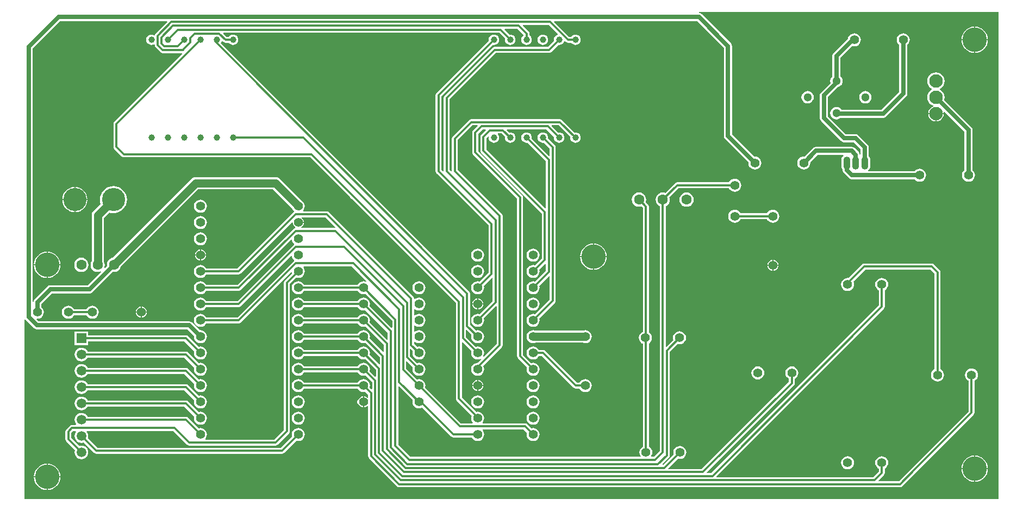
<source format=gbl>
G04*
G04 #@! TF.GenerationSoftware,Altium Limited,Altium Designer,18.1.7 (191)*
G04*
G04 Layer_Physical_Order=2*
G04 Layer_Color=16711680*
%FSLAX25Y25*%
%MOIN*%
G70*
G01*
G75*
%ADD14C,0.05000*%
%ADD15C,0.01500*%
%ADD16C,0.01200*%
%ADD32C,0.02500*%
%ADD33C,0.14173*%
%ADD34C,0.05906*%
%ADD35R,0.05906X0.05906*%
%ADD36C,0.05512*%
%ADD37C,0.03937*%
%ADD38C,0.06299*%
%ADD39C,0.08268*%
%ADD40C,0.05118*%
%ADD41O,0.04331X0.07874*%
%ADD42O,0.04331X0.07874*%
%ADD43C,0.14961*%
G36*
X89240Y294059D02*
X82034Y286853D01*
X81636Y286257D01*
X81589Y286021D01*
X81198Y285819D01*
X81034Y285794D01*
X80327Y286087D01*
X79500Y286196D01*
X78673Y286087D01*
X77902Y285768D01*
X77240Y285260D01*
X76732Y284598D01*
X76413Y283827D01*
X76304Y283000D01*
X76413Y282173D01*
X76732Y281402D01*
X77240Y280740D01*
X77902Y280232D01*
X78673Y279913D01*
X79500Y279804D01*
X80327Y279913D01*
X80996Y280190D01*
X81496Y279977D01*
Y279774D01*
X81636Y279072D01*
X82034Y278477D01*
X84502Y276008D01*
X84504Y275998D01*
X84902Y275402D01*
X85498Y275004D01*
X86200Y274865D01*
X98116D01*
X98307Y274403D01*
X56702Y232798D01*
X56304Y232202D01*
X56165Y231500D01*
Y217500D01*
X56304Y216798D01*
X56702Y216202D01*
X61402Y211502D01*
X61998Y211104D01*
X62700Y210965D01*
X176940Y210965D01*
X201702Y186202D01*
X266165Y121740D01*
Y63000D01*
X266304Y62298D01*
X266702Y61702D01*
X275858Y52546D01*
X275646Y52033D01*
X275510Y51000D01*
X275646Y49967D01*
X276045Y49005D01*
X276558Y48335D01*
X276349Y47835D01*
X269276D01*
X247304Y69807D01*
X247370Y69967D01*
X247506Y71000D01*
X247370Y72033D01*
X246971Y72995D01*
X246337Y73821D01*
X245511Y74455D01*
X244548Y74854D01*
X243516Y74990D01*
X242483Y74854D01*
X242323Y74788D01*
X235635Y81476D01*
Y85632D01*
X236097Y85823D01*
X239728Y82192D01*
X239662Y82033D01*
X239526Y81000D01*
X239662Y79967D01*
X240060Y79005D01*
X240694Y78179D01*
X241521Y77544D01*
X242483Y77146D01*
X243516Y77010D01*
X244548Y77146D01*
X245511Y77544D01*
X246337Y78179D01*
X246971Y79005D01*
X247370Y79967D01*
X247506Y81000D01*
X247370Y82033D01*
X246971Y82995D01*
X246337Y83821D01*
X245511Y84456D01*
X244548Y84854D01*
X243516Y84990D01*
X242483Y84854D01*
X242323Y84788D01*
X238035Y89076D01*
Y93232D01*
X238497Y93423D01*
X239728Y92193D01*
X239662Y92033D01*
X239526Y91000D01*
X239662Y89967D01*
X240060Y89005D01*
X240694Y88179D01*
X241521Y87545D01*
X242483Y87146D01*
X243516Y87010D01*
X244548Y87146D01*
X245511Y87545D01*
X246337Y88179D01*
X246971Y89005D01*
X247370Y89967D01*
X247506Y91000D01*
X247370Y92033D01*
X246971Y92995D01*
X246337Y93821D01*
X245511Y94455D01*
X244548Y94854D01*
X243516Y94990D01*
X242483Y94854D01*
X242323Y94788D01*
X240535Y96576D01*
Y97671D01*
X241035Y97917D01*
X241521Y97544D01*
X242483Y97146D01*
X243516Y97010D01*
X244548Y97146D01*
X245511Y97544D01*
X246337Y98179D01*
X246971Y99005D01*
X247370Y99967D01*
X247506Y101000D01*
X247370Y102033D01*
X246971Y102995D01*
X246337Y103821D01*
X245511Y104455D01*
X244548Y104854D01*
X243516Y104990D01*
X242483Y104854D01*
X241521Y104455D01*
X241035Y104083D01*
X240535Y104330D01*
Y107670D01*
X241035Y107917D01*
X241521Y107545D01*
X242483Y107146D01*
X243516Y107010D01*
X244548Y107146D01*
X245511Y107545D01*
X246337Y108179D01*
X246971Y109005D01*
X247370Y109967D01*
X247506Y111000D01*
X247370Y112033D01*
X246971Y112995D01*
X246337Y113821D01*
X245511Y114455D01*
X244548Y114854D01*
X243516Y114990D01*
X242483Y114854D01*
X241521Y114455D01*
X241035Y114083D01*
X240535Y114330D01*
Y117671D01*
X241035Y117917D01*
X241521Y117544D01*
X242483Y117146D01*
X243516Y117010D01*
X244548Y117146D01*
X245511Y117544D01*
X246337Y118179D01*
X246971Y119005D01*
X247370Y119967D01*
X247506Y121000D01*
X247370Y122033D01*
X246971Y122995D01*
X246337Y123821D01*
X245511Y124455D01*
X244548Y124854D01*
X243516Y124990D01*
X242483Y124854D01*
X241521Y124455D01*
X241035Y124083D01*
X240535Y124300D01*
X240396Y125002D01*
X239998Y125598D01*
X188298Y177298D01*
X187702Y177696D01*
X187000Y177835D01*
X172651D01*
X172442Y178335D01*
X172956Y179005D01*
X173354Y179967D01*
X173490Y181000D01*
X173354Y182033D01*
X172956Y182995D01*
X172321Y183821D01*
X171495Y184456D01*
X171200Y184578D01*
X158139Y197639D01*
X157366Y198232D01*
X156466Y198605D01*
X155500Y198732D01*
X106500D01*
X105534Y198605D01*
X104634Y198232D01*
X103861Y197639D01*
X55474Y149252D01*
X55365Y149238D01*
X54306Y148799D01*
X53398Y148102D01*
X52701Y147194D01*
X52262Y146135D01*
X52113Y145000D01*
X52212Y144245D01*
X50888Y142920D01*
X50464Y143204D01*
X50738Y143865D01*
X50887Y145000D01*
X50738Y146135D01*
X50299Y147194D01*
X50232Y147281D01*
Y173832D01*
X53527Y177128D01*
X54498Y176833D01*
X56122Y176673D01*
X57746Y176833D01*
X59308Y177307D01*
X60748Y178077D01*
X62010Y179112D01*
X63046Y180374D01*
X63815Y181814D01*
X64289Y183376D01*
X64449Y185000D01*
X64289Y186625D01*
X63815Y188187D01*
X63046Y189626D01*
X62010Y190888D01*
X60748Y191923D01*
X59308Y192693D01*
X57746Y193167D01*
X56122Y193327D01*
X54498Y193167D01*
X52936Y192693D01*
X51496Y191923D01*
X50234Y190888D01*
X49199Y189626D01*
X48429Y188187D01*
X47955Y186625D01*
X47795Y185000D01*
X47955Y183376D01*
X48250Y182405D01*
X43861Y178017D01*
X43268Y177244D01*
X42895Y176344D01*
X42768Y175378D01*
Y147281D01*
X42701Y147194D01*
X42262Y146135D01*
X42113Y145000D01*
X42262Y143865D01*
X42701Y142806D01*
X43398Y141898D01*
X44306Y141201D01*
X45364Y140762D01*
X46500Y140613D01*
X47635Y140762D01*
X48296Y141036D01*
X48579Y140612D01*
X40465Y132498D01*
X17500D01*
X16544Y132308D01*
X15734Y131766D01*
X7734Y123766D01*
X7192Y122956D01*
X7098Y122483D01*
X6598Y122532D01*
Y156700D01*
X6598Y277565D01*
X23553Y294520D01*
X89048D01*
X89240Y294059D01*
D02*
G37*
G36*
X328685Y286549D02*
X328508Y286019D01*
X327902Y285768D01*
X327240Y285260D01*
X326732Y284598D01*
X326413Y283827D01*
X326304Y283000D01*
X326374Y282470D01*
X322540Y278635D01*
X289800D01*
X289098Y278496D01*
X288502Y278098D01*
X259202Y248798D01*
X258804Y248202D01*
X258665Y247500D01*
Y202638D01*
X258320Y202442D01*
X258177Y202418D01*
X257335Y203260D01*
Y248240D01*
X288969Y279874D01*
X289500Y279804D01*
X290327Y279913D01*
X291098Y280232D01*
X291760Y280740D01*
X292268Y281402D01*
X292587Y282173D01*
X292696Y283000D01*
X292587Y283827D01*
X292268Y284598D01*
X291760Y285260D01*
X291098Y285768D01*
X290327Y286087D01*
X289500Y286196D01*
X288673Y286087D01*
X287902Y285768D01*
X287240Y285260D01*
X286732Y284598D01*
X286413Y283827D01*
X286304Y283000D01*
X286374Y282470D01*
X254202Y250298D01*
X253804Y249702D01*
X253665Y249000D01*
Y202500D01*
X253804Y201798D01*
X254202Y201202D01*
X286165Y169240D01*
Y140260D01*
X280693Y134788D01*
X280533Y134854D01*
X279500Y134990D01*
X278467Y134854D01*
X277505Y134456D01*
X276679Y133821D01*
X276045Y132995D01*
X275646Y132033D01*
X275510Y131000D01*
X275646Y129967D01*
X276045Y129005D01*
X276679Y128179D01*
X277505Y127544D01*
X278467Y127146D01*
X279500Y127010D01*
X280533Y127146D01*
X281495Y127544D01*
X282321Y128179D01*
X282956Y129005D01*
X283354Y129967D01*
X283490Y131000D01*
X283354Y132033D01*
X283288Y132193D01*
X288203Y137107D01*
X288665Y136916D01*
Y122760D01*
X280693Y114788D01*
X280533Y114854D01*
X279500Y114990D01*
X278467Y114854D01*
X277505Y114455D01*
X276679Y113821D01*
X276045Y112995D01*
X275646Y112033D01*
X275510Y111000D01*
X275646Y109967D01*
X276045Y109005D01*
X276679Y108179D01*
X277505Y107545D01*
X278467Y107146D01*
X279500Y107010D01*
X280533Y107146D01*
X281495Y107545D01*
X282321Y108179D01*
X282956Y109005D01*
X283354Y109967D01*
X283490Y111000D01*
X283354Y112033D01*
X283288Y112192D01*
X290703Y119607D01*
X291165Y119416D01*
Y96560D01*
X283369Y88765D01*
X282956Y89005D01*
X283354Y89967D01*
X283490Y91000D01*
X283354Y92033D01*
X282956Y92995D01*
X282321Y93821D01*
X281495Y94455D01*
X280533Y94854D01*
X279500Y94990D01*
X278467Y94854D01*
X278308Y94788D01*
X272335Y100760D01*
Y104916D01*
X272797Y105107D01*
X275712Y102192D01*
X275646Y102033D01*
X275510Y101000D01*
X275646Y99967D01*
X276045Y99005D01*
X276679Y98179D01*
X277505Y97544D01*
X278467Y97146D01*
X279500Y97010D01*
X280533Y97146D01*
X281495Y97544D01*
X282321Y98179D01*
X282956Y99005D01*
X283354Y99967D01*
X283490Y101000D01*
X283354Y102033D01*
X282956Y102995D01*
X282321Y103821D01*
X281495Y104455D01*
X280533Y104854D01*
X279500Y104990D01*
X278467Y104854D01*
X278308Y104788D01*
X274835Y108260D01*
Y127500D01*
X274696Y128202D01*
X274298Y128798D01*
X122018Y281077D01*
X122268Y281402D01*
X122519Y282008D01*
X123049Y282185D01*
X123532Y281702D01*
X124127Y281304D01*
X124829Y281165D01*
X126914D01*
X127240Y280740D01*
X127902Y280232D01*
X128673Y279913D01*
X129500Y279804D01*
X130327Y279913D01*
X131098Y280232D01*
X131760Y280740D01*
X132268Y281402D01*
X132587Y282173D01*
X132696Y283000D01*
X132587Y283827D01*
X132268Y284598D01*
X131760Y285260D01*
X131098Y285768D01*
X130327Y286087D01*
X129500Y286196D01*
X128673Y286087D01*
X127902Y285768D01*
X127240Y285260D01*
X126914Y284835D01*
X125590D01*
X123554Y286871D01*
X123745Y287333D01*
X292771D01*
X296397Y283707D01*
X296304Y283000D01*
X296413Y282173D01*
X296732Y281402D01*
X297240Y280740D01*
X297902Y280232D01*
X298673Y279913D01*
X299500Y279804D01*
X300327Y279913D01*
X301098Y280232D01*
X301760Y280740D01*
X302268Y281402D01*
X302587Y282173D01*
X302696Y283000D01*
X302587Y283827D01*
X302268Y284598D01*
X301760Y285260D01*
X301098Y285768D01*
X300327Y286087D01*
X299500Y286196D01*
X299146Y286149D01*
X296024Y289271D01*
X296216Y289733D01*
X303804D01*
X307514Y286023D01*
X307484Y285447D01*
X307240Y285260D01*
X306732Y284598D01*
X306413Y283827D01*
X306304Y283000D01*
X306413Y282173D01*
X306732Y281402D01*
X307240Y280740D01*
X307902Y280232D01*
X308673Y279913D01*
X309500Y279804D01*
X310327Y279913D01*
X311098Y280232D01*
X311760Y280740D01*
X312268Y281402D01*
X312587Y282173D01*
X312696Y283000D01*
X312587Y283827D01*
X312268Y284598D01*
X311760Y285260D01*
X311335Y285586D01*
Y286632D01*
X311196Y287335D01*
X310798Y287930D01*
X307056Y291671D01*
X307248Y292133D01*
X323101D01*
X328685Y286549D01*
D02*
G37*
G36*
X598971Y1529D02*
X1529D01*
X1529Y111537D01*
X2029Y111689D01*
X2334Y111234D01*
X7434Y106134D01*
X8244Y105592D01*
X9200Y105402D01*
X101565D01*
X105563Y101404D01*
X105510Y101000D01*
X105646Y99967D01*
X106044Y99005D01*
X106679Y98179D01*
X107505Y97544D01*
X108467Y97146D01*
X109500Y97010D01*
X110533Y97146D01*
X111495Y97544D01*
X112321Y98179D01*
X112955Y99005D01*
X113354Y99967D01*
X113490Y101000D01*
X113354Y102033D01*
X112955Y102995D01*
X112321Y103821D01*
X111495Y104455D01*
X110533Y104854D01*
X109500Y104990D01*
X109096Y104937D01*
X104366Y109666D01*
X103556Y110208D01*
X102600Y110398D01*
X10235D01*
X9040Y111593D01*
X9261Y112041D01*
X9500Y112010D01*
X10533Y112146D01*
X11495Y112545D01*
X12321Y113179D01*
X12956Y114005D01*
X13354Y114967D01*
X13490Y116000D01*
X13354Y117033D01*
X12956Y117995D01*
X12321Y118821D01*
X11998Y119070D01*
Y120965D01*
X18535Y127502D01*
X41500D01*
X42456Y127692D01*
X43266Y128234D01*
X55745Y140712D01*
X56500Y140613D01*
X57635Y140762D01*
X58694Y141201D01*
X59602Y141898D01*
X60299Y142806D01*
X60738Y143865D01*
X60752Y143974D01*
X108046Y191268D01*
X153954D01*
X165922Y179300D01*
X166044Y179005D01*
X166679Y178179D01*
X166884Y178021D01*
X166912Y177963D01*
X166864Y177406D01*
X166702Y177298D01*
X132240Y142835D01*
X113022D01*
X112955Y142995D01*
X112321Y143821D01*
X111495Y144456D01*
X110533Y144854D01*
X109500Y144990D01*
X108467Y144854D01*
X107505Y144456D01*
X106679Y143821D01*
X106044Y142995D01*
X105646Y142033D01*
X105510Y141000D01*
X105646Y139967D01*
X106044Y139005D01*
X106679Y138179D01*
X107505Y137545D01*
X108467Y137146D01*
X109500Y137010D01*
X110533Y137146D01*
X111495Y137545D01*
X112321Y138179D01*
X112955Y139005D01*
X113022Y139165D01*
X133000D01*
X133702Y139304D01*
X134298Y139702D01*
X165652Y171057D01*
X166137Y170834D01*
X166230Y170124D01*
X166569Y169308D01*
X167106Y168606D01*
X167739Y168122D01*
X167735Y167854D01*
X167648Y167594D01*
X167155Y167496D01*
X166559Y167098D01*
X132297Y132835D01*
X113022D01*
X112955Y132995D01*
X112321Y133821D01*
X111495Y134456D01*
X110533Y134854D01*
X109500Y134990D01*
X108467Y134854D01*
X107505Y134456D01*
X106679Y133821D01*
X106044Y132995D01*
X105646Y132033D01*
X105510Y131000D01*
X105646Y129967D01*
X106044Y129005D01*
X106679Y128179D01*
X107505Y127544D01*
X108467Y127146D01*
X109500Y127010D01*
X110533Y127146D01*
X111495Y127544D01*
X112321Y128179D01*
X112955Y129005D01*
X113022Y129165D01*
X133057D01*
X133759Y129304D01*
X134355Y129702D01*
X165127Y160474D01*
X165600Y160314D01*
X165646Y159967D01*
X166044Y159005D01*
X166679Y158179D01*
X166934Y157983D01*
X166983Y157774D01*
X166914Y157368D01*
X166659Y157198D01*
X132297Y122835D01*
X113022D01*
X112955Y122995D01*
X112321Y123821D01*
X111495Y124455D01*
X110533Y124854D01*
X109500Y124990D01*
X108467Y124854D01*
X107505Y124455D01*
X106679Y123821D01*
X106044Y122995D01*
X105646Y122033D01*
X105510Y121000D01*
X105646Y119967D01*
X106044Y119005D01*
X106679Y118179D01*
X107505Y117544D01*
X108467Y117146D01*
X109500Y117010D01*
X110533Y117146D01*
X111495Y117544D01*
X112321Y118179D01*
X112955Y119005D01*
X113022Y119165D01*
X133057D01*
X133759Y119304D01*
X134355Y119702D01*
X165127Y150474D01*
X165600Y150314D01*
X165646Y149967D01*
X166044Y149005D01*
X166679Y148179D01*
X166934Y147983D01*
X166983Y147774D01*
X166914Y147368D01*
X166659Y147198D01*
X132297Y112835D01*
X113022D01*
X112955Y112995D01*
X112321Y113821D01*
X111495Y114455D01*
X110533Y114854D01*
X109500Y114990D01*
X108467Y114854D01*
X107505Y114455D01*
X106679Y113821D01*
X106044Y112995D01*
X105646Y112033D01*
X105510Y111000D01*
X105646Y109967D01*
X106044Y109005D01*
X106679Y108179D01*
X107505Y107545D01*
X108467Y107146D01*
X109500Y107010D01*
X110533Y107146D01*
X111495Y107545D01*
X112321Y108179D01*
X112955Y109005D01*
X113022Y109165D01*
X133057D01*
X133759Y109304D01*
X134355Y109702D01*
X165127Y140474D01*
X165600Y140314D01*
X165646Y139967D01*
X165712Y139807D01*
X161202Y135298D01*
X160804Y134702D01*
X160665Y134000D01*
Y43760D01*
X154740Y37835D01*
X112651D01*
X112442Y38335D01*
X112955Y39005D01*
X113354Y39967D01*
X113490Y41000D01*
X113354Y42033D01*
X112955Y42995D01*
X112321Y43821D01*
X111495Y44456D01*
X110533Y44854D01*
X109500Y44990D01*
X108467Y44854D01*
X108308Y44788D01*
X101798Y51298D01*
X101202Y51696D01*
X100500Y51835D01*
X40235Y51835D01*
X40127Y52094D01*
X39462Y52962D01*
X38594Y53627D01*
X37584Y54046D01*
X36500Y54189D01*
X35416Y54046D01*
X34406Y53627D01*
X33538Y52962D01*
X32873Y52094D01*
X32454Y51084D01*
X32311Y50000D01*
X32454Y48916D01*
X32873Y47906D01*
X33310Y47335D01*
X33064Y46835D01*
X30750D01*
X30048Y46696D01*
X29452Y46298D01*
X27196Y44041D01*
X26798Y43446D01*
X26658Y42744D01*
Y38006D01*
X26798Y37304D01*
X27196Y36709D01*
X32561Y31343D01*
X32454Y31084D01*
X32311Y30000D01*
X32454Y28916D01*
X32873Y27906D01*
X33538Y27038D01*
X34406Y26373D01*
X35416Y25954D01*
X36500Y25811D01*
X37584Y25954D01*
X38594Y26373D01*
X39462Y27038D01*
X40127Y27906D01*
X40546Y28916D01*
X40689Y30000D01*
X40546Y31084D01*
X40127Y32094D01*
X39462Y32962D01*
X38594Y33627D01*
X37584Y34046D01*
X36500Y34189D01*
X35416Y34046D01*
X35157Y33939D01*
X30329Y38767D01*
Y41983D01*
X31510Y43165D01*
X33064D01*
X33310Y42665D01*
X32873Y42094D01*
X32454Y41084D01*
X32311Y40000D01*
X32454Y38916D01*
X32873Y37906D01*
X33538Y37038D01*
X34406Y36373D01*
X35416Y35954D01*
X36500Y35811D01*
X37584Y35954D01*
X37843Y36061D01*
X44202Y29702D01*
X44798Y29304D01*
X45500Y29165D01*
X159500Y29165D01*
X160202Y29304D01*
X160798Y29702D01*
X168307Y37212D01*
X168467Y37146D01*
X169500Y37010D01*
X170533Y37146D01*
X171495Y37545D01*
X172321Y38179D01*
X172956Y39005D01*
X173354Y39967D01*
X173490Y41000D01*
X173354Y42033D01*
X172956Y42995D01*
X172321Y43821D01*
X171495Y44456D01*
X170533Y44854D01*
X169500Y44990D01*
X168467Y44854D01*
X167505Y44456D01*
X166679Y43821D01*
X166044Y42995D01*
X165646Y42033D01*
X165510Y41000D01*
X165646Y39967D01*
X165712Y39808D01*
X158740Y32835D01*
X46260Y32835D01*
X40439Y38657D01*
X40546Y38916D01*
X40689Y40000D01*
X40546Y41084D01*
X40127Y42094D01*
X39690Y42665D01*
X39936Y43165D01*
X92740Y43165D01*
X101202Y34702D01*
X101798Y34304D01*
X102500Y34165D01*
X155500D01*
X156202Y34304D01*
X156798Y34702D01*
X163798Y41702D01*
X164196Y42298D01*
X164335Y43000D01*
Y133240D01*
X168307Y137212D01*
X168467Y137146D01*
X169500Y137010D01*
X170533Y137146D01*
X171495Y137545D01*
X172321Y138179D01*
X172956Y139005D01*
X173354Y139967D01*
X173490Y141000D01*
X173354Y142033D01*
X172956Y142995D01*
X172518Y143565D01*
X172765Y144065D01*
X202340D01*
X211346Y135058D01*
X211063Y134634D01*
X210533Y134854D01*
X209500Y134990D01*
X208467Y134854D01*
X207505Y134456D01*
X206679Y133821D01*
X206045Y132995D01*
X205978Y132835D01*
X173022D01*
X172956Y132995D01*
X172321Y133821D01*
X171495Y134456D01*
X170533Y134854D01*
X169500Y134990D01*
X168467Y134854D01*
X167505Y134456D01*
X166679Y133821D01*
X166044Y132995D01*
X165646Y132033D01*
X165510Y131000D01*
X165646Y129967D01*
X166044Y129005D01*
X166679Y128179D01*
X167505Y127544D01*
X168467Y127146D01*
X169500Y127010D01*
X170533Y127146D01*
X171495Y127544D01*
X172321Y128179D01*
X172956Y129005D01*
X173022Y129165D01*
X205978D01*
X206045Y129005D01*
X206679Y128179D01*
X207505Y127544D01*
X208467Y127146D01*
X209500Y127010D01*
X210533Y127146D01*
X210693Y127212D01*
X227165Y110740D01*
Y106584D01*
X226703Y106393D01*
X213288Y119808D01*
X213354Y119967D01*
X213490Y121000D01*
X213354Y122033D01*
X212955Y122995D01*
X212321Y123821D01*
X211495Y124455D01*
X210533Y124854D01*
X209500Y124990D01*
X208467Y124854D01*
X207505Y124455D01*
X206679Y123821D01*
X206045Y122995D01*
X205978Y122835D01*
X173022D01*
X172956Y122995D01*
X172321Y123821D01*
X171495Y124455D01*
X170533Y124854D01*
X169500Y124990D01*
X168467Y124854D01*
X167505Y124455D01*
X166679Y123821D01*
X166044Y122995D01*
X165646Y122033D01*
X165510Y121000D01*
X165646Y119967D01*
X166044Y119005D01*
X166679Y118179D01*
X167505Y117544D01*
X168467Y117146D01*
X169500Y117010D01*
X170533Y117146D01*
X171495Y117544D01*
X172321Y118179D01*
X172956Y119005D01*
X173022Y119165D01*
X205978D01*
X206045Y119005D01*
X206679Y118179D01*
X207505Y117544D01*
X208467Y117146D01*
X209500Y117010D01*
X210533Y117146D01*
X210693Y117212D01*
X224365Y103540D01*
Y99384D01*
X223903Y99193D01*
X213288Y109808D01*
X213354Y109967D01*
X213490Y111000D01*
X213354Y112033D01*
X212955Y112995D01*
X212321Y113821D01*
X211495Y114455D01*
X210533Y114854D01*
X209500Y114990D01*
X208467Y114854D01*
X207505Y114455D01*
X206679Y113821D01*
X206045Y112995D01*
X205978Y112835D01*
X173022D01*
X172956Y112995D01*
X172321Y113821D01*
X171495Y114455D01*
X170533Y114854D01*
X169500Y114990D01*
X168467Y114854D01*
X167505Y114455D01*
X166679Y113821D01*
X166044Y112995D01*
X165646Y112033D01*
X165510Y111000D01*
X165646Y109967D01*
X166044Y109005D01*
X166679Y108179D01*
X167505Y107545D01*
X168467Y107146D01*
X169500Y107010D01*
X170533Y107146D01*
X171495Y107545D01*
X172321Y108179D01*
X172956Y109005D01*
X173022Y109165D01*
X205978D01*
X206045Y109005D01*
X206679Y108179D01*
X207505Y107545D01*
X208467Y107146D01*
X209500Y107010D01*
X210533Y107146D01*
X210693Y107212D01*
X221965Y95940D01*
Y91784D01*
X221503Y91593D01*
X213288Y99808D01*
X213354Y99967D01*
X213490Y101000D01*
X213354Y102033D01*
X212955Y102995D01*
X212321Y103821D01*
X211495Y104455D01*
X210533Y104854D01*
X209500Y104990D01*
X208467Y104854D01*
X207505Y104455D01*
X206679Y103821D01*
X206045Y102995D01*
X205978Y102835D01*
X173022D01*
X172956Y102995D01*
X172321Y103821D01*
X171495Y104455D01*
X170533Y104854D01*
X169500Y104990D01*
X168467Y104854D01*
X167505Y104455D01*
X166679Y103821D01*
X166044Y102995D01*
X165646Y102033D01*
X165510Y101000D01*
X165646Y99967D01*
X166044Y99005D01*
X166679Y98179D01*
X167505Y97544D01*
X168467Y97146D01*
X169500Y97010D01*
X170533Y97146D01*
X171495Y97544D01*
X172321Y98179D01*
X172956Y99005D01*
X173022Y99165D01*
X205978D01*
X206045Y99005D01*
X206679Y98179D01*
X207505Y97544D01*
X208467Y97146D01*
X209500Y97010D01*
X210533Y97146D01*
X210693Y97212D01*
X219565Y88340D01*
Y84184D01*
X219103Y83993D01*
X213288Y89807D01*
X213354Y89967D01*
X213490Y91000D01*
X213354Y92033D01*
X212955Y92995D01*
X212321Y93821D01*
X211495Y94455D01*
X210533Y94854D01*
X209500Y94990D01*
X208467Y94854D01*
X207505Y94455D01*
X206679Y93821D01*
X206045Y92995D01*
X205978Y92835D01*
X173022D01*
X172956Y92995D01*
X172321Y93821D01*
X171495Y94455D01*
X170533Y94854D01*
X169500Y94990D01*
X168467Y94854D01*
X167505Y94455D01*
X166679Y93821D01*
X166044Y92995D01*
X165646Y92033D01*
X165510Y91000D01*
X165646Y89967D01*
X166044Y89005D01*
X166679Y88179D01*
X167505Y87545D01*
X168467Y87146D01*
X169500Y87010D01*
X170533Y87146D01*
X171495Y87545D01*
X172321Y88179D01*
X172956Y89005D01*
X173022Y89165D01*
X205978D01*
X206045Y89005D01*
X206679Y88179D01*
X207505Y87545D01*
X208467Y87146D01*
X209500Y87010D01*
X210533Y87146D01*
X210693Y87212D01*
X217165Y80740D01*
Y76584D01*
X216703Y76393D01*
X213288Y79808D01*
X213354Y79967D01*
X213490Y81000D01*
X213354Y82033D01*
X212955Y82995D01*
X212321Y83821D01*
X211495Y84456D01*
X210533Y84854D01*
X209500Y84990D01*
X208467Y84854D01*
X207505Y84456D01*
X206679Y83821D01*
X206045Y82995D01*
X205978Y82835D01*
X173022D01*
X172956Y82995D01*
X172321Y83821D01*
X171495Y84456D01*
X170533Y84854D01*
X169500Y84990D01*
X168467Y84854D01*
X167505Y84456D01*
X166679Y83821D01*
X166044Y82995D01*
X165646Y82033D01*
X165510Y81000D01*
X165646Y79967D01*
X166044Y79005D01*
X166679Y78179D01*
X167505Y77544D01*
X168467Y77146D01*
X169500Y77010D01*
X170533Y77146D01*
X171495Y77544D01*
X172321Y78179D01*
X172956Y79005D01*
X173022Y79165D01*
X205978D01*
X206045Y79005D01*
X206679Y78179D01*
X207505Y77544D01*
X208467Y77146D01*
X209500Y77010D01*
X210533Y77146D01*
X210693Y77212D01*
X214765Y73140D01*
Y68984D01*
X214303Y68793D01*
X213288Y69807D01*
X213354Y69967D01*
X213490Y71000D01*
X213354Y72033D01*
X212955Y72995D01*
X212321Y73821D01*
X211495Y74455D01*
X210533Y74854D01*
X209500Y74990D01*
X208467Y74854D01*
X207505Y74455D01*
X206679Y73821D01*
X206045Y72995D01*
X205978Y72835D01*
X173022D01*
X172956Y72995D01*
X172321Y73821D01*
X171495Y74455D01*
X170533Y74854D01*
X169500Y74990D01*
X168467Y74854D01*
X167505Y74455D01*
X166679Y73821D01*
X166044Y72995D01*
X165646Y72033D01*
X165510Y71000D01*
X165646Y69967D01*
X166044Y69005D01*
X166679Y68179D01*
X167505Y67545D01*
X168467Y67146D01*
X169500Y67010D01*
X170533Y67146D01*
X171495Y67545D01*
X172321Y68179D01*
X172956Y69005D01*
X173022Y69165D01*
X205978D01*
X206045Y69005D01*
X206679Y68179D01*
X207505Y67545D01*
X208467Y67146D01*
X209500Y67010D01*
X210533Y67146D01*
X210693Y67212D01*
X212365Y65540D01*
Y63553D01*
X212054Y63448D01*
X211865Y63415D01*
X211192Y63931D01*
X210376Y64270D01*
X209900Y64332D01*
Y61000D01*
Y57668D01*
X210376Y57731D01*
X211192Y58069D01*
X211865Y58584D01*
X212054Y58552D01*
X212365Y58447D01*
Y27700D01*
X212504Y26998D01*
X212902Y26402D01*
X230077Y9227D01*
X230673Y8830D01*
X231375Y8690D01*
X538525Y8690D01*
X539227Y8829D01*
X539823Y9227D01*
X548898Y18302D01*
X548898Y18302D01*
X583687Y53092D01*
X584085Y53687D01*
X584225Y54390D01*
Y73978D01*
X584385Y74045D01*
X585211Y74679D01*
X585845Y75505D01*
X586244Y76467D01*
X586380Y77500D01*
X586244Y78533D01*
X585845Y79495D01*
X585211Y80321D01*
X584385Y80955D01*
X583423Y81354D01*
X582390Y81490D01*
X581357Y81354D01*
X580395Y80955D01*
X579568Y80321D01*
X578934Y79495D01*
X578536Y78533D01*
X578400Y77500D01*
X578536Y76467D01*
X578934Y75505D01*
X579568Y74679D01*
X580395Y74045D01*
X580554Y73978D01*
Y55150D01*
X546302Y20898D01*
X546302Y20898D01*
X537765Y12360D01*
X525381D01*
X525189Y12822D01*
X528569Y16202D01*
X528967Y16798D01*
X529107Y17500D01*
Y20100D01*
X529267Y20167D01*
X530093Y20801D01*
X530727Y21627D01*
X531126Y22589D01*
X531262Y23622D01*
X531126Y24655D01*
X530727Y25617D01*
X530093Y26443D01*
X529267Y27077D01*
X528304Y27476D01*
X527272Y27612D01*
X526239Y27476D01*
X525277Y27077D01*
X524450Y26443D01*
X523816Y25617D01*
X523418Y24655D01*
X523282Y23622D01*
X523418Y22589D01*
X523816Y21627D01*
X524450Y20801D01*
X525277Y20167D01*
X525436Y20100D01*
Y18260D01*
X522011Y14835D01*
X426084Y14835D01*
X425893Y15297D01*
X528569Y117974D01*
X528967Y118569D01*
X529107Y119272D01*
Y129478D01*
X529267Y129544D01*
X530093Y130179D01*
X530727Y131005D01*
X531126Y131967D01*
X531262Y133000D01*
X531126Y134033D01*
X530727Y134995D01*
X530093Y135821D01*
X529267Y136456D01*
X528304Y136854D01*
X527272Y136990D01*
X526239Y136854D01*
X525277Y136456D01*
X524450Y135821D01*
X523816Y134995D01*
X523418Y134033D01*
X523282Y133000D01*
X523418Y131967D01*
X523816Y131005D01*
X524450Y130179D01*
X525277Y129544D01*
X525436Y129478D01*
Y120032D01*
X422670Y17265D01*
X420167D01*
X419976Y17727D01*
X473451Y71202D01*
X473849Y71798D01*
X473989Y72500D01*
Y75218D01*
X474149Y75285D01*
X474975Y75919D01*
X475609Y76745D01*
X476008Y77707D01*
X476144Y78740D01*
X476008Y79773D01*
X475609Y80735D01*
X474975Y81561D01*
X474149Y82196D01*
X473186Y82594D01*
X472154Y82730D01*
X471121Y82594D01*
X470158Y82196D01*
X469332Y81561D01*
X468698Y80735D01*
X468299Y79773D01*
X468163Y78740D01*
X468299Y77707D01*
X468698Y76745D01*
X469332Y75919D01*
X470158Y75285D01*
X470318Y75218D01*
Y73260D01*
X416798Y19740D01*
X396489Y19740D01*
X396297Y20202D01*
X402308Y26212D01*
X402467Y26146D01*
X403500Y26010D01*
X404533Y26146D01*
X405495Y26544D01*
X406321Y27179D01*
X406955Y28005D01*
X407354Y28967D01*
X407490Y30000D01*
X407354Y31033D01*
X406955Y31995D01*
X406321Y32821D01*
X405495Y33456D01*
X404533Y33854D01*
X403500Y33990D01*
X402467Y33854D01*
X401505Y33456D01*
X400679Y32821D01*
X400044Y31995D01*
X399646Y31033D01*
X399510Y30000D01*
X399646Y28967D01*
X399712Y28808D01*
X393225Y22321D01*
X392957Y22355D01*
X392777Y22882D01*
X396798Y26902D01*
X397196Y27498D01*
X397335Y28200D01*
Y91740D01*
X402058Y96462D01*
X402217Y96396D01*
X403250Y96260D01*
X404283Y96396D01*
X405245Y96794D01*
X406071Y97429D01*
X406706Y98255D01*
X407104Y99217D01*
X407240Y100250D01*
X407104Y101283D01*
X406706Y102245D01*
X406071Y103071D01*
X405245Y103706D01*
X404283Y104104D01*
X403250Y104240D01*
X402217Y104104D01*
X401255Y103706D01*
X400429Y103071D01*
X399795Y102245D01*
X399396Y101283D01*
X399260Y100250D01*
X399396Y99217D01*
X399462Y99058D01*
X395297Y94893D01*
X394835Y95084D01*
Y181052D01*
X395194Y181201D01*
X396102Y181898D01*
X396799Y182806D01*
X397238Y183864D01*
X397387Y185000D01*
X397238Y186135D01*
X397089Y186494D01*
X402560Y191965D01*
X433686D01*
X433752Y191805D01*
X434386Y190979D01*
X435213Y190345D01*
X436175Y189946D01*
X437208Y189810D01*
X438241Y189946D01*
X439203Y190345D01*
X440029Y190979D01*
X440663Y191805D01*
X441062Y192767D01*
X441198Y193800D01*
X441062Y194833D01*
X440663Y195795D01*
X440029Y196621D01*
X439203Y197256D01*
X438241Y197654D01*
X437208Y197790D01*
X436175Y197654D01*
X435213Y197256D01*
X434386Y196621D01*
X433752Y195795D01*
X433686Y195635D01*
X401800D01*
X401098Y195496D01*
X400502Y195098D01*
X394494Y189089D01*
X394135Y189238D01*
X393000Y189387D01*
X391864Y189238D01*
X390806Y188799D01*
X389898Y188102D01*
X389201Y187194D01*
X388762Y186135D01*
X388613Y185000D01*
X388762Y183864D01*
X389201Y182806D01*
X389898Y181898D01*
X390806Y181201D01*
X391165Y181052D01*
Y30760D01*
X387640Y27235D01*
X386064D01*
X385843Y27684D01*
X386089Y28005D01*
X386488Y28967D01*
X386624Y30000D01*
X386488Y31033D01*
X386089Y31995D01*
X385455Y32821D01*
X384629Y33456D01*
X384469Y33522D01*
Y96864D01*
X385205Y97429D01*
X385839Y98255D01*
X386238Y99217D01*
X386374Y100250D01*
X386238Y101283D01*
X385839Y102245D01*
X385205Y103071D01*
X384469Y103636D01*
Y180799D01*
X384329Y181501D01*
X383932Y182097D01*
X382522Y183506D01*
X382671Y183864D01*
X382820Y185000D01*
X382671Y186135D01*
X382232Y187194D01*
X381535Y188102D01*
X380627Y188799D01*
X379569Y189238D01*
X378433Y189387D01*
X377298Y189238D01*
X376239Y188799D01*
X375331Y188102D01*
X374634Y187194D01*
X374195Y186135D01*
X374046Y185000D01*
X374195Y183864D01*
X374634Y182806D01*
X375331Y181898D01*
X376239Y181201D01*
X377298Y180762D01*
X378433Y180613D01*
X379569Y180762D01*
X379927Y180911D01*
X380799Y180039D01*
Y103875D01*
X380389Y103706D01*
X379562Y103071D01*
X378928Y102245D01*
X378530Y101283D01*
X378394Y100250D01*
X378530Y99217D01*
X378928Y98255D01*
X379562Y97429D01*
X380389Y96794D01*
X380799Y96625D01*
Y33522D01*
X380639Y33456D01*
X379813Y32821D01*
X379178Y31995D01*
X378780Y31033D01*
X378644Y30000D01*
X378780Y28967D01*
X379178Y28005D01*
X379425Y27684D01*
X379204Y27235D01*
X238260Y27235D01*
X230835Y34660D01*
Y70432D01*
X231297Y70623D01*
X239728Y62192D01*
X239662Y62033D01*
X239526Y61000D01*
X239662Y59967D01*
X240060Y59005D01*
X240694Y58179D01*
X241521Y57544D01*
X242483Y57146D01*
X243516Y57010D01*
X244548Y57146D01*
X245404Y57500D01*
X263202Y39702D01*
X263798Y39304D01*
X264500Y39165D01*
X275978D01*
X276045Y39005D01*
X276679Y38179D01*
X277505Y37545D01*
X278467Y37146D01*
X279500Y37010D01*
X280533Y37146D01*
X281495Y37545D01*
X282321Y38179D01*
X282956Y39005D01*
X283354Y39967D01*
X283490Y41000D01*
X283354Y42033D01*
X282956Y42995D01*
X282442Y43665D01*
X282650Y44165D01*
X307755D01*
X309728Y42193D01*
X309662Y42033D01*
X309526Y41000D01*
X309662Y39967D01*
X310060Y39005D01*
X310694Y38179D01*
X311521Y37545D01*
X312483Y37146D01*
X313516Y37010D01*
X314548Y37146D01*
X315511Y37545D01*
X316337Y38179D01*
X316971Y39005D01*
X317370Y39967D01*
X317506Y41000D01*
X317370Y42033D01*
X316971Y42995D01*
X316337Y43821D01*
X315511Y44456D01*
X314548Y44854D01*
X313516Y44990D01*
X312483Y44854D01*
X312323Y44788D01*
X309813Y47298D01*
X309218Y47696D01*
X308516Y47835D01*
X282650D01*
X282442Y48335D01*
X282956Y49005D01*
X283354Y49967D01*
X283490Y51000D01*
X283354Y52033D01*
X282956Y52995D01*
X282321Y53821D01*
X281495Y54456D01*
X280533Y54854D01*
X279500Y54990D01*
X278710Y54886D01*
X269835Y63760D01*
Y97416D01*
X270297Y97607D01*
X275712Y92193D01*
X275646Y92033D01*
X275510Y91000D01*
X275646Y89967D01*
X276045Y89005D01*
X276679Y88179D01*
X277505Y87545D01*
X278467Y87146D01*
X279500Y87010D01*
X280533Y87146D01*
X281495Y87545D01*
X281735Y87131D01*
X279584Y84979D01*
X279500Y84990D01*
X278467Y84854D01*
X277505Y84456D01*
X276679Y83821D01*
X276045Y82995D01*
X275646Y82033D01*
X275510Y81000D01*
X275646Y79967D01*
X276045Y79005D01*
X276679Y78179D01*
X277505Y77544D01*
X278467Y77146D01*
X279500Y77010D01*
X280533Y77146D01*
X281495Y77544D01*
X282321Y78179D01*
X282956Y79005D01*
X283354Y79967D01*
X283490Y81000D01*
X283354Y82033D01*
X282956Y82995D01*
X282884Y83088D01*
X294298Y94502D01*
X294696Y95098D01*
X294835Y95800D01*
Y175000D01*
X294696Y175702D01*
X294298Y176298D01*
X267335Y203260D01*
Y221740D01*
X276260Y230665D01*
X279416D01*
X279607Y230203D01*
X276702Y227298D01*
X276304Y226702D01*
X276165Y226000D01*
Y214000D01*
X276304Y213298D01*
X276702Y212702D01*
X303665Y185740D01*
Y89016D01*
X303804Y88313D01*
X304202Y87718D01*
X309728Y82192D01*
X309662Y82033D01*
X309526Y81000D01*
X309662Y79967D01*
X310060Y79005D01*
X310694Y78179D01*
X311521Y77544D01*
X312483Y77146D01*
X313516Y77010D01*
X314548Y77146D01*
X315511Y77544D01*
X316337Y78179D01*
X316971Y79005D01*
X317370Y79967D01*
X317506Y81000D01*
X317370Y82033D01*
X316971Y82995D01*
X316337Y83821D01*
X315511Y84456D01*
X314548Y84854D01*
X313516Y84990D01*
X312483Y84854D01*
X312323Y84788D01*
X307335Y89776D01*
Y186500D01*
X307196Y187202D01*
X306798Y187798D01*
X279835Y214760D01*
Y225240D01*
X282760Y228165D01*
X284416D01*
X284607Y227703D01*
X281702Y224798D01*
X281304Y224202D01*
X281165Y223500D01*
Y215000D01*
X281304Y214298D01*
X281702Y213702D01*
X318865Y176540D01*
Y148944D01*
X314708Y144788D01*
X314548Y144854D01*
X313516Y144990D01*
X312483Y144854D01*
X311521Y144456D01*
X310694Y143821D01*
X310060Y142995D01*
X309662Y142033D01*
X309526Y141000D01*
X309662Y139967D01*
X310060Y139005D01*
X310694Y138179D01*
X311521Y137545D01*
X312483Y137146D01*
X313516Y137010D01*
X314548Y137146D01*
X315511Y137545D01*
X316337Y138179D01*
X316971Y139005D01*
X317370Y139967D01*
X317506Y141000D01*
X317370Y142033D01*
X317304Y142192D01*
X320803Y145692D01*
X321265Y145500D01*
Y141344D01*
X314708Y134788D01*
X314548Y134854D01*
X313516Y134990D01*
X312483Y134854D01*
X311521Y134456D01*
X310694Y133821D01*
X310060Y132995D01*
X309662Y132033D01*
X309526Y131000D01*
X309662Y129967D01*
X310060Y129005D01*
X310694Y128179D01*
X311521Y127544D01*
X312483Y127146D01*
X313516Y127010D01*
X314548Y127146D01*
X315511Y127544D01*
X316337Y128179D01*
X316971Y129005D01*
X317370Y129967D01*
X317506Y131000D01*
X317370Y132033D01*
X317304Y132193D01*
X323203Y138092D01*
X323665Y137900D01*
Y123744D01*
X314708Y114788D01*
X314548Y114854D01*
X313516Y114990D01*
X312483Y114854D01*
X311521Y114455D01*
X310694Y113821D01*
X310060Y112995D01*
X309662Y112033D01*
X309526Y111000D01*
X309662Y109967D01*
X310060Y109005D01*
X310694Y108179D01*
X311521Y107545D01*
X312483Y107146D01*
X313516Y107010D01*
X314548Y107146D01*
X315511Y107545D01*
X316337Y108179D01*
X316971Y109005D01*
X317370Y109967D01*
X317506Y111000D01*
X317370Y112033D01*
X317304Y112192D01*
X326798Y121686D01*
X327196Y122282D01*
X327335Y122984D01*
Y217000D01*
X327196Y217702D01*
X326798Y218298D01*
X322626Y222469D01*
X322696Y223000D01*
X322587Y223827D01*
X322268Y224598D01*
X321760Y225260D01*
X321098Y225768D01*
X320327Y226087D01*
X319500Y226196D01*
X318673Y226087D01*
X317902Y225768D01*
X317240Y225260D01*
X316732Y224598D01*
X316413Y223827D01*
X316304Y223000D01*
X316413Y222173D01*
X316732Y221402D01*
X317240Y220740D01*
X317902Y220232D01*
X318673Y219913D01*
X319500Y219804D01*
X320030Y219874D01*
X323665Y216240D01*
Y212084D01*
X323203Y211893D01*
X312626Y222469D01*
X312696Y223000D01*
X312587Y223827D01*
X312268Y224598D01*
X311760Y225260D01*
X311098Y225768D01*
X310327Y226087D01*
X309500Y226196D01*
X308673Y226087D01*
X307902Y225768D01*
X307240Y225260D01*
X306732Y224598D01*
X306413Y223827D01*
X306304Y223000D01*
X306413Y222173D01*
X306732Y221402D01*
X307240Y220740D01*
X307902Y220232D01*
X308673Y219913D01*
X309500Y219804D01*
X310031Y219874D01*
X321265Y208640D01*
Y179984D01*
X320803Y179793D01*
X284835Y215760D01*
Y222740D01*
X285907Y223811D01*
X286380Y223578D01*
X286304Y223000D01*
X286413Y222173D01*
X286732Y221402D01*
X287240Y220740D01*
X287902Y220232D01*
X288673Y219913D01*
X289500Y219804D01*
X290327Y219913D01*
X291098Y220232D01*
X291760Y220740D01*
X292268Y221402D01*
X292587Y222173D01*
X292696Y223000D01*
X292587Y223827D01*
X292268Y224598D01*
X291833Y225165D01*
X291982Y225665D01*
X294240D01*
X296374Y223531D01*
X296304Y223000D01*
X296413Y222173D01*
X296732Y221402D01*
X297240Y220740D01*
X297902Y220232D01*
X298673Y219913D01*
X299500Y219804D01*
X300327Y219913D01*
X301098Y220232D01*
X301760Y220740D01*
X302268Y221402D01*
X302587Y222173D01*
X302696Y223000D01*
X302587Y223827D01*
X302268Y224598D01*
X301760Y225260D01*
X301098Y225768D01*
X300327Y226087D01*
X299500Y226196D01*
X298970Y226126D01*
X297393Y227703D01*
X297584Y228165D01*
X321740D01*
X326374Y223531D01*
X326304Y223000D01*
X326413Y222173D01*
X326732Y221402D01*
X327240Y220740D01*
X327902Y220232D01*
X328673Y219913D01*
X329500Y219804D01*
X330327Y219913D01*
X331098Y220232D01*
X331760Y220740D01*
X332268Y221402D01*
X332587Y222173D01*
X332696Y223000D01*
X332587Y223827D01*
X332268Y224598D01*
X331760Y225260D01*
X331098Y225768D01*
X330327Y226087D01*
X329500Y226196D01*
X328970Y226126D01*
X324893Y230203D01*
X325084Y230665D01*
X329240D01*
X336374Y223531D01*
X336304Y223000D01*
X336413Y222173D01*
X336732Y221402D01*
X337240Y220740D01*
X337902Y220232D01*
X338673Y219913D01*
X339500Y219804D01*
X340327Y219913D01*
X341098Y220232D01*
X341760Y220740D01*
X342268Y221402D01*
X342587Y222173D01*
X342696Y223000D01*
X342587Y223827D01*
X342268Y224598D01*
X341760Y225260D01*
X341098Y225768D01*
X340327Y226087D01*
X339500Y226196D01*
X338969Y226126D01*
X331298Y233798D01*
X330702Y234196D01*
X330000Y234335D01*
X275500D01*
X274798Y234196D01*
X274202Y233798D01*
X264202Y223798D01*
X263804Y223202D01*
X263665Y222500D01*
Y202638D01*
X263320Y202442D01*
X263177Y202418D01*
X262335Y203260D01*
Y246740D01*
X290560Y274965D01*
X323300D01*
X324002Y275104D01*
X324598Y275502D01*
X328970Y279874D01*
X329500Y279804D01*
X330327Y279913D01*
X331098Y280232D01*
X331760Y280740D01*
X332268Y281402D01*
X332519Y282008D01*
X333049Y282185D01*
X333532Y281702D01*
X334127Y281304D01*
X334829Y281165D01*
X336914D01*
X337240Y280740D01*
X337902Y280232D01*
X338673Y279913D01*
X339500Y279804D01*
X340327Y279913D01*
X341098Y280232D01*
X341760Y280740D01*
X342268Y281402D01*
X342587Y282173D01*
X342696Y283000D01*
X342587Y283827D01*
X342268Y284598D01*
X341760Y285260D01*
X341098Y285768D01*
X340327Y286087D01*
X339500Y286196D01*
X338673Y286087D01*
X337902Y285768D01*
X337240Y285260D01*
X336914Y284835D01*
X335590D01*
X326366Y294059D01*
X326558Y294520D01*
X414100D01*
X430502Y278119D01*
Y224000D01*
X430692Y223044D01*
X431234Y222234D01*
X445564Y207904D01*
X445511Y207500D01*
X445647Y206467D01*
X446045Y205505D01*
X446679Y204679D01*
X447506Y204045D01*
X448468Y203646D01*
X449501Y203510D01*
X450533Y203646D01*
X451496Y204045D01*
X452322Y204679D01*
X452956Y205505D01*
X453355Y206467D01*
X453491Y207500D01*
X453355Y208533D01*
X452956Y209495D01*
X452322Y210321D01*
X451496Y210956D01*
X450533Y211354D01*
X449501Y211490D01*
X449096Y211437D01*
X435498Y225035D01*
Y279153D01*
X435308Y280110D01*
X434766Y280920D01*
X416901Y298785D01*
X416091Y299326D01*
X415218Y299500D01*
X415267Y300000D01*
X598971D01*
X598971Y1529D01*
D02*
G37*
G36*
X192282Y168123D02*
X192258Y167980D01*
X192062Y167635D01*
X171412D01*
X171335Y167787D01*
X171279Y168135D01*
X171894Y168606D01*
X172431Y169308D01*
X172769Y170124D01*
X172832Y170600D01*
X169500D01*
Y171400D01*
X172832D01*
X172769Y171876D01*
X172431Y172692D01*
X171894Y173393D01*
X171540Y173665D01*
X171710Y174165D01*
X186240D01*
X192282Y168123D01*
D02*
G37*
%LPC*%
G36*
X32900Y192684D02*
Y185400D01*
X40184D01*
X40075Y186507D01*
X39636Y187956D01*
X38922Y189291D01*
X37962Y190462D01*
X36791Y191422D01*
X35456Y192136D01*
X34007Y192575D01*
X32900Y192684D01*
D02*
G37*
G36*
X32100D02*
X30993Y192575D01*
X29544Y192136D01*
X28209Y191422D01*
X27038Y190462D01*
X26078Y189291D01*
X25364Y187956D01*
X24925Y186507D01*
X24816Y185400D01*
X32100D01*
Y192684D01*
D02*
G37*
G36*
X40184Y184600D02*
X32900D01*
Y177316D01*
X34007Y177425D01*
X35456Y177864D01*
X36791Y178578D01*
X37962Y179538D01*
X38922Y180709D01*
X39636Y182044D01*
X40075Y183493D01*
X40184Y184600D01*
D02*
G37*
G36*
X32100D02*
X24816D01*
X24925Y183493D01*
X25364Y182044D01*
X26078Y180709D01*
X27038Y179538D01*
X28209Y178578D01*
X29544Y177864D01*
X30993Y177425D01*
X32100Y177316D01*
Y184600D01*
D02*
G37*
G36*
X15900Y153080D02*
Y145400D01*
X23580D01*
X23463Y146584D01*
X23001Y148107D01*
X22251Y149511D01*
X21241Y150741D01*
X20011Y151751D01*
X18607Y152501D01*
X17084Y152963D01*
X15900Y153080D01*
D02*
G37*
G36*
X15100D02*
X13916Y152963D01*
X12393Y152501D01*
X10989Y151751D01*
X9759Y150741D01*
X8749Y149511D01*
X7999Y148107D01*
X7537Y146584D01*
X7420Y145400D01*
X15100D01*
Y153080D01*
D02*
G37*
G36*
X36500Y149387D02*
X35364Y149238D01*
X34306Y148799D01*
X33398Y148102D01*
X32701Y147194D01*
X32262Y146135D01*
X32113Y145000D01*
X32262Y143865D01*
X32701Y142806D01*
X33398Y141898D01*
X34306Y141201D01*
X35364Y140762D01*
X36500Y140613D01*
X37635Y140762D01*
X38693Y141201D01*
X39602Y141898D01*
X40299Y142806D01*
X40738Y143865D01*
X40887Y145000D01*
X40738Y146135D01*
X40299Y147194D01*
X39602Y148102D01*
X38693Y148799D01*
X37635Y149238D01*
X36500Y149387D01*
D02*
G37*
G36*
X23580Y144600D02*
X15900D01*
Y136920D01*
X17084Y137037D01*
X18607Y137499D01*
X20011Y138249D01*
X21241Y139259D01*
X22251Y140489D01*
X23001Y141893D01*
X23463Y143416D01*
X23580Y144600D01*
D02*
G37*
G36*
X15100D02*
X7420D01*
X7537Y143416D01*
X7999Y141893D01*
X8749Y140489D01*
X9759Y139259D01*
X10989Y138249D01*
X12393Y137499D01*
X13916Y137037D01*
X15100Y136920D01*
Y144600D01*
D02*
G37*
G36*
X243516Y134990D02*
X242483Y134854D01*
X241521Y134456D01*
X240694Y133821D01*
X240060Y132995D01*
X239662Y132033D01*
X239526Y131000D01*
X239662Y129967D01*
X240060Y129005D01*
X240694Y128179D01*
X241521Y127544D01*
X242483Y127146D01*
X243516Y127010D01*
X244548Y127146D01*
X245511Y127544D01*
X246337Y128179D01*
X246971Y129005D01*
X247370Y129967D01*
X247506Y131000D01*
X247370Y132033D01*
X246971Y132995D01*
X246337Y133821D01*
X245511Y134456D01*
X244548Y134854D01*
X243516Y134990D01*
D02*
G37*
G36*
X319500Y286196D02*
X318673Y286087D01*
X317902Y285768D01*
X317240Y285260D01*
X316732Y284598D01*
X316413Y283827D01*
X316304Y283000D01*
X316413Y282173D01*
X316732Y281402D01*
X317240Y280740D01*
X317902Y280232D01*
X318673Y279913D01*
X319500Y279804D01*
X320327Y279913D01*
X321098Y280232D01*
X321760Y280740D01*
X322268Y281402D01*
X322587Y282173D01*
X322696Y283000D01*
X322587Y283827D01*
X322268Y284598D01*
X321760Y285260D01*
X321098Y285768D01*
X320327Y286087D01*
X319500Y286196D01*
D02*
G37*
G36*
X279500Y154990D02*
X278467Y154854D01*
X277505Y154455D01*
X276679Y153821D01*
X276045Y152995D01*
X275646Y152033D01*
X275510Y151000D01*
X275646Y149967D01*
X276045Y149005D01*
X276679Y148179D01*
X277505Y147545D01*
X278467Y147146D01*
X279500Y147010D01*
X280533Y147146D01*
X281495Y147545D01*
X282321Y148179D01*
X282956Y149005D01*
X283354Y149967D01*
X283490Y151000D01*
X283354Y152033D01*
X282956Y152995D01*
X282321Y153821D01*
X281495Y154455D01*
X280533Y154854D01*
X279500Y154990D01*
D02*
G37*
G36*
Y144990D02*
X278467Y144854D01*
X277505Y144456D01*
X276679Y143821D01*
X276045Y142995D01*
X275646Y142033D01*
X275510Y141000D01*
X275646Y139967D01*
X276045Y139005D01*
X276679Y138179D01*
X277505Y137545D01*
X278467Y137146D01*
X279500Y137010D01*
X280533Y137146D01*
X281495Y137545D01*
X282321Y138179D01*
X282956Y139005D01*
X283354Y139967D01*
X283490Y141000D01*
X283354Y142033D01*
X282956Y142995D01*
X282321Y143821D01*
X281495Y144456D01*
X280533Y144854D01*
X279500Y144990D01*
D02*
G37*
G36*
X279900Y124332D02*
Y121400D01*
X282832D01*
X282769Y121876D01*
X282431Y122692D01*
X281893Y123393D01*
X281192Y123931D01*
X280376Y124269D01*
X279900Y124332D01*
D02*
G37*
G36*
X279100D02*
X278624Y124269D01*
X277808Y123931D01*
X277106Y123393D01*
X276569Y122692D01*
X276231Y121876D01*
X276168Y121400D01*
X279100D01*
Y124332D01*
D02*
G37*
G36*
X282832Y120600D02*
X279900D01*
Y117668D01*
X280376Y117730D01*
X281192Y118069D01*
X281893Y118606D01*
X282431Y119308D01*
X282769Y120124D01*
X282832Y120600D01*
D02*
G37*
G36*
X279100D02*
X276168D01*
X276231Y120124D01*
X276569Y119308D01*
X277106Y118606D01*
X277808Y118069D01*
X278624Y117730D01*
X279100Y117668D01*
Y120600D01*
D02*
G37*
G36*
X584684Y291080D02*
Y283400D01*
X592364D01*
X592247Y284584D01*
X591785Y286107D01*
X591035Y287511D01*
X590025Y288741D01*
X588795Y289751D01*
X587391Y290501D01*
X585868Y290963D01*
X584684Y291080D01*
D02*
G37*
G36*
X583884D02*
X582700Y290963D01*
X581177Y290501D01*
X579773Y289751D01*
X578543Y288741D01*
X577533Y287511D01*
X576783Y286107D01*
X576321Y284584D01*
X576204Y283400D01*
X583884D01*
Y291080D01*
D02*
G37*
G36*
X510500Y286990D02*
X509467Y286854D01*
X508505Y286455D01*
X507679Y285821D01*
X507045Y284995D01*
X506646Y284033D01*
X506592Y283625D01*
X497734Y274766D01*
X497192Y273956D01*
X497002Y273000D01*
Y260506D01*
X496819Y260366D01*
X496216Y259581D01*
X495838Y258666D01*
X495709Y257685D01*
X495838Y256704D01*
X495906Y256539D01*
X490134Y250766D01*
X489592Y249956D01*
X489402Y249000D01*
Y234900D01*
X489592Y233944D01*
X490134Y233134D01*
X502334Y220934D01*
X503144Y220392D01*
X504100Y220202D01*
X510165D01*
X514407Y215960D01*
Y212291D01*
X514156Y212150D01*
X513904Y212291D01*
Y212494D01*
X513713Y213451D01*
X513172Y214261D01*
X510766Y216666D01*
X509956Y217208D01*
X509000Y217398D01*
X486901D01*
X485945Y217208D01*
X485134Y216666D01*
X479905Y211437D01*
X479501Y211490D01*
X478468Y211354D01*
X477506Y210956D01*
X476679Y210321D01*
X476045Y209495D01*
X475647Y208533D01*
X475511Y207500D01*
X475647Y206467D01*
X476045Y205505D01*
X476679Y204679D01*
X477506Y204045D01*
X478468Y203646D01*
X479501Y203510D01*
X480533Y203646D01*
X481496Y204045D01*
X482322Y204679D01*
X482956Y205505D01*
X483355Y206467D01*
X483491Y207500D01*
X483437Y207904D01*
X487935Y212402D01*
X503636D01*
X503805Y211902D01*
X503505Y211672D01*
X502966Y210969D01*
X502627Y210150D01*
X502511Y209272D01*
Y205728D01*
X502627Y204850D01*
X502966Y204031D01*
X503407Y203456D01*
Y203000D01*
X503598Y202044D01*
X504139Y201234D01*
X507139Y198234D01*
X507949Y197692D01*
X508906Y197502D01*
X547431D01*
X547679Y197179D01*
X548505Y196545D01*
X549467Y196146D01*
X550500Y196010D01*
X551533Y196146D01*
X552495Y196545D01*
X553321Y197179D01*
X553956Y198005D01*
X554354Y198967D01*
X554490Y200000D01*
X554354Y201033D01*
X553956Y201995D01*
X553321Y202821D01*
X552495Y203455D01*
X551533Y203854D01*
X550500Y203990D01*
X549467Y203854D01*
X548505Y203455D01*
X547679Y202821D01*
X547431Y202498D01*
X519045D01*
X518876Y202998D01*
X519306Y203328D01*
X519845Y204031D01*
X520184Y204850D01*
X520300Y205728D01*
Y209272D01*
X520184Y210150D01*
X519845Y210969D01*
X519404Y211544D01*
Y216995D01*
X519213Y217950D01*
X518672Y218761D01*
X512966Y224466D01*
X512156Y225008D01*
X511200Y225198D01*
X505135D01*
X494398Y235935D01*
Y247965D01*
X500452Y254019D01*
X500481Y254023D01*
X501396Y254401D01*
X502181Y255004D01*
X502783Y255789D01*
X503162Y256704D01*
X503292Y257685D01*
X503162Y258666D01*
X502783Y259581D01*
X502181Y260366D01*
X501998Y260506D01*
Y271965D01*
X509263Y279230D01*
X509467Y279146D01*
X510500Y279010D01*
X511533Y279146D01*
X512495Y279544D01*
X513321Y280179D01*
X513955Y281005D01*
X514354Y281967D01*
X514490Y283000D01*
X514354Y284033D01*
X513955Y284995D01*
X513321Y285821D01*
X512495Y286455D01*
X511533Y286854D01*
X510500Y286990D01*
D02*
G37*
G36*
X592364Y282600D02*
X584684D01*
Y274920D01*
X585868Y275037D01*
X587391Y275499D01*
X588795Y276249D01*
X590025Y277259D01*
X591035Y278489D01*
X591785Y279893D01*
X592247Y281416D01*
X592364Y282600D01*
D02*
G37*
G36*
X583884D02*
X576204D01*
X576321Y281416D01*
X576783Y279893D01*
X577533Y278489D01*
X578543Y277259D01*
X579773Y276249D01*
X581177Y275499D01*
X582700Y275037D01*
X583884Y274920D01*
Y282600D01*
D02*
G37*
G36*
X517216Y251634D02*
X516235Y251505D01*
X515321Y251126D01*
X514536Y250523D01*
X513933Y249738D01*
X513554Y248824D01*
X513425Y247843D01*
X513554Y246861D01*
X513933Y245947D01*
X514536Y245162D01*
X515321Y244559D01*
X516235Y244180D01*
X517216Y244051D01*
X518198Y244180D01*
X519112Y244559D01*
X519898Y245162D01*
X520500Y245947D01*
X520879Y246861D01*
X521008Y247843D01*
X520879Y248824D01*
X520500Y249738D01*
X519898Y250523D01*
X519112Y251126D01*
X518198Y251505D01*
X517216Y251634D01*
D02*
G37*
G36*
X481783D02*
X480802Y251505D01*
X479888Y251126D01*
X479103Y250523D01*
X478500Y249738D01*
X478121Y248824D01*
X477992Y247843D01*
X478121Y246861D01*
X478500Y245947D01*
X479103Y245162D01*
X479888Y244559D01*
X480802Y244180D01*
X481783Y244051D01*
X482765Y244180D01*
X483679Y244559D01*
X484464Y245162D01*
X485067Y245947D01*
X485446Y246861D01*
X485575Y247843D01*
X485446Y248824D01*
X485067Y249738D01*
X484464Y250523D01*
X483679Y251126D01*
X482765Y251505D01*
X481783Y251634D01*
D02*
G37*
G36*
X540500Y286990D02*
X539467Y286854D01*
X538505Y286455D01*
X537679Y285821D01*
X537044Y284995D01*
X536646Y284033D01*
X536510Y283000D01*
X536646Y281967D01*
X537044Y281005D01*
X537679Y280179D01*
X538002Y279930D01*
Y251035D01*
X527150Y240183D01*
X502563D01*
X502181Y240681D01*
X501396Y241283D01*
X500481Y241662D01*
X499500Y241792D01*
X498519Y241662D01*
X497604Y241283D01*
X496819Y240681D01*
X496216Y239896D01*
X495838Y238981D01*
X495709Y238000D01*
X495838Y237019D01*
X496216Y236104D01*
X496819Y235319D01*
X497604Y234717D01*
X498519Y234338D01*
X499500Y234208D01*
X500481Y234338D01*
X501396Y234717D01*
X502009Y235187D01*
X528185D01*
X529141Y235377D01*
X529951Y235919D01*
X542266Y248234D01*
X542808Y249044D01*
X542998Y250000D01*
Y279930D01*
X543321Y280179D01*
X543956Y281005D01*
X544354Y281967D01*
X544490Y283000D01*
X544354Y284033D01*
X543956Y284995D01*
X543321Y285821D01*
X542495Y286455D01*
X541533Y286854D01*
X540500Y286990D01*
D02*
G37*
G36*
X565222Y237285D02*
X560900D01*
Y232963D01*
X561736Y233073D01*
X562887Y233550D01*
X563876Y234309D01*
X564635Y235298D01*
X565112Y236449D01*
X565222Y237285D01*
D02*
G37*
G36*
X560100D02*
X555778D01*
X555888Y236449D01*
X556365Y235298D01*
X557124Y234309D01*
X558113Y233550D01*
X559264Y233073D01*
X560100Y232963D01*
Y237285D01*
D02*
G37*
G36*
X560500Y263065D02*
X559108Y262882D01*
X557810Y262344D01*
X556696Y261489D01*
X555841Y260375D01*
X555303Y259078D01*
X555120Y257685D01*
X555303Y256293D01*
X555841Y254995D01*
X556696Y253881D01*
X557810Y253026D01*
X558029Y252935D01*
Y252435D01*
X557810Y252344D01*
X556696Y251489D01*
X555841Y250375D01*
X555303Y249078D01*
X555120Y247685D01*
X555303Y246293D01*
X555841Y244995D01*
X556696Y243881D01*
X557810Y243026D01*
X558764Y242631D01*
Y242090D01*
X558113Y241820D01*
X557124Y241061D01*
X556365Y240072D01*
X555888Y238921D01*
X555778Y238085D01*
X560500D01*
X565222D01*
X565125Y238820D01*
X565528Y239124D01*
X578002Y226650D01*
Y203069D01*
X577679Y202821D01*
X577044Y201995D01*
X576646Y201033D01*
X576510Y200000D01*
X576646Y198967D01*
X577044Y198005D01*
X577679Y197179D01*
X578505Y196545D01*
X579467Y196146D01*
X580500Y196010D01*
X581533Y196146D01*
X582495Y196545D01*
X583321Y197179D01*
X583955Y198005D01*
X584354Y198967D01*
X584490Y200000D01*
X584354Y201033D01*
X583955Y201995D01*
X583321Y202821D01*
X582998Y203069D01*
Y227685D01*
X582808Y228641D01*
X582266Y229451D01*
X565617Y246101D01*
X565697Y246293D01*
X565880Y247685D01*
X565697Y249078D01*
X565159Y250375D01*
X564304Y251489D01*
X563190Y252344D01*
X562970Y252435D01*
Y252935D01*
X563190Y253026D01*
X564304Y253881D01*
X565159Y254995D01*
X565697Y256293D01*
X565880Y257685D01*
X565697Y259078D01*
X565159Y260375D01*
X564304Y261489D01*
X563190Y262344D01*
X561892Y262882D01*
X560500Y263065D01*
D02*
G37*
G36*
X407567Y189387D02*
X406431Y189238D01*
X405373Y188799D01*
X404465Y188102D01*
X403767Y187194D01*
X403329Y186135D01*
X403180Y185000D01*
X403329Y183864D01*
X403767Y182806D01*
X404465Y181898D01*
X405373Y181201D01*
X406431Y180762D01*
X407567Y180613D01*
X408702Y180762D01*
X409761Y181201D01*
X410669Y181898D01*
X411366Y182806D01*
X411805Y183864D01*
X411954Y185000D01*
X411805Y186135D01*
X411366Y187194D01*
X410669Y188102D01*
X409761Y188799D01*
X408702Y189238D01*
X407567Y189387D01*
D02*
G37*
G36*
X109500Y184990D02*
X108467Y184854D01*
X107505Y184456D01*
X106679Y183821D01*
X106044Y182995D01*
X105646Y182033D01*
X105510Y181000D01*
X105646Y179967D01*
X106044Y179005D01*
X106679Y178179D01*
X107505Y177544D01*
X108467Y177146D01*
X109500Y177010D01*
X110533Y177146D01*
X111495Y177544D01*
X112321Y178179D01*
X112955Y179005D01*
X113354Y179967D01*
X113490Y181000D01*
X113354Y182033D01*
X112955Y182995D01*
X112321Y183821D01*
X111495Y184456D01*
X110533Y184854D01*
X109500Y184990D01*
D02*
G37*
G36*
X460500Y178797D02*
X459467Y178661D01*
X458505Y178262D01*
X457679Y177628D01*
X457045Y176802D01*
X456978Y176642D01*
X440730D01*
X440664Y176802D01*
X440030Y177628D01*
X439204Y178262D01*
X438241Y178661D01*
X437209Y178797D01*
X436176Y178661D01*
X435214Y178262D01*
X434387Y177628D01*
X433753Y176802D01*
X433355Y175839D01*
X433218Y174806D01*
X433355Y173774D01*
X433753Y172811D01*
X434387Y171985D01*
X435214Y171351D01*
X436176Y170952D01*
X437209Y170816D01*
X438241Y170952D01*
X439204Y171351D01*
X440030Y171985D01*
X440664Y172811D01*
X440730Y172971D01*
X456978D01*
X457045Y172811D01*
X457679Y171985D01*
X458505Y171351D01*
X459467Y170952D01*
X460500Y170816D01*
X461533Y170952D01*
X462495Y171351D01*
X463321Y171985D01*
X463955Y172811D01*
X464354Y173774D01*
X464490Y174806D01*
X464354Y175839D01*
X463955Y176802D01*
X463321Y177628D01*
X462495Y178262D01*
X461533Y178661D01*
X460500Y178797D01*
D02*
G37*
G36*
X109500Y174990D02*
X108467Y174854D01*
X107505Y174455D01*
X106679Y173821D01*
X106044Y172995D01*
X105646Y172033D01*
X105510Y171000D01*
X105646Y169967D01*
X106044Y169005D01*
X106679Y168179D01*
X107505Y167544D01*
X108467Y167146D01*
X109500Y167010D01*
X110533Y167146D01*
X111495Y167544D01*
X112321Y168179D01*
X112955Y169005D01*
X113354Y169967D01*
X113490Y171000D01*
X113354Y172033D01*
X112955Y172995D01*
X112321Y173821D01*
X111495Y174455D01*
X110533Y174854D01*
X109500Y174990D01*
D02*
G37*
G36*
Y164990D02*
X108467Y164854D01*
X107505Y164455D01*
X106679Y163821D01*
X106044Y162995D01*
X105646Y162033D01*
X105510Y161000D01*
X105646Y159967D01*
X106044Y159005D01*
X106679Y158179D01*
X107505Y157545D01*
X108467Y157146D01*
X109500Y157010D01*
X110533Y157146D01*
X111495Y157545D01*
X112321Y158179D01*
X112955Y159005D01*
X113354Y159967D01*
X113490Y161000D01*
X113354Y162033D01*
X112955Y162995D01*
X112321Y163821D01*
X111495Y164455D01*
X110533Y164854D01*
X109500Y164990D01*
D02*
G37*
G36*
X109900Y154332D02*
Y151400D01*
X112832D01*
X112769Y151876D01*
X112431Y152692D01*
X111893Y153393D01*
X111192Y153931D01*
X110376Y154270D01*
X109900Y154332D01*
D02*
G37*
G36*
X109100D02*
X108624Y154270D01*
X107808Y153931D01*
X107106Y153393D01*
X106569Y152692D01*
X106230Y151876D01*
X106168Y151400D01*
X109100D01*
Y154332D01*
D02*
G37*
G36*
X350900Y158080D02*
Y150400D01*
X358580D01*
X358463Y151584D01*
X358001Y153107D01*
X357251Y154511D01*
X356241Y155741D01*
X355011Y156751D01*
X353607Y157501D01*
X352084Y157963D01*
X350900Y158080D01*
D02*
G37*
G36*
X350100D02*
X348916Y157963D01*
X347393Y157501D01*
X345989Y156751D01*
X344759Y155741D01*
X343749Y154511D01*
X342999Y153107D01*
X342537Y151584D01*
X342420Y150400D01*
X350100D01*
Y158080D01*
D02*
G37*
G36*
X112832Y150600D02*
X109900D01*
Y147668D01*
X110376Y147731D01*
X111192Y148069D01*
X111893Y148607D01*
X112431Y149308D01*
X112769Y150124D01*
X112832Y150600D01*
D02*
G37*
G36*
X109100D02*
X106168D01*
X106230Y150124D01*
X106569Y149308D01*
X107106Y148607D01*
X107808Y148069D01*
X108624Y147731D01*
X109100Y147668D01*
Y150600D01*
D02*
G37*
G36*
X313516Y154990D02*
X312483Y154854D01*
X311521Y154455D01*
X310694Y153821D01*
X310060Y152995D01*
X309662Y152033D01*
X309526Y151000D01*
X309662Y149967D01*
X310060Y149005D01*
X310694Y148179D01*
X311521Y147545D01*
X312483Y147146D01*
X313516Y147010D01*
X314548Y147146D01*
X315511Y147545D01*
X316337Y148179D01*
X316971Y149005D01*
X317370Y149967D01*
X317506Y151000D01*
X317370Y152033D01*
X316971Y152995D01*
X316337Y153821D01*
X315511Y154455D01*
X314548Y154854D01*
X313516Y154990D01*
D02*
G37*
G36*
X460900Y148139D02*
Y145206D01*
X463832D01*
X463769Y145683D01*
X463431Y146499D01*
X462893Y147200D01*
X462192Y147738D01*
X461376Y148076D01*
X460900Y148139D01*
D02*
G37*
G36*
X460100Y148139D02*
X459624Y148076D01*
X458808Y147738D01*
X458107Y147200D01*
X457569Y146499D01*
X457231Y145683D01*
X457168Y145206D01*
X460100D01*
Y148139D01*
D02*
G37*
G36*
X358580Y149600D02*
X350900D01*
Y141920D01*
X352084Y142037D01*
X353607Y142499D01*
X355011Y143249D01*
X356241Y144259D01*
X357251Y145489D01*
X358001Y146893D01*
X358463Y148416D01*
X358580Y149600D01*
D02*
G37*
G36*
X350100D02*
X342420D01*
X342537Y148416D01*
X342999Y146893D01*
X343749Y145489D01*
X344759Y144259D01*
X345989Y143249D01*
X347393Y142499D01*
X348916Y142037D01*
X350100Y141920D01*
Y149600D01*
D02*
G37*
G36*
X460100Y144406D02*
X457168D01*
X457231Y143930D01*
X457569Y143114D01*
X458107Y142413D01*
X458808Y141875D01*
X459624Y141537D01*
X460100Y141474D01*
Y144406D01*
D02*
G37*
G36*
X463832D02*
X460900D01*
Y141474D01*
X461376Y141537D01*
X462192Y141875D01*
X462893Y142413D01*
X463431Y143114D01*
X463769Y143930D01*
X463832Y144406D01*
D02*
G37*
G36*
X313516Y124990D02*
X312483Y124854D01*
X311521Y124455D01*
X310694Y123821D01*
X310060Y122995D01*
X309662Y122033D01*
X309526Y121000D01*
X309662Y119967D01*
X310060Y119005D01*
X310694Y118179D01*
X311521Y117544D01*
X312483Y117146D01*
X313516Y117010D01*
X314548Y117146D01*
X315511Y117544D01*
X316337Y118179D01*
X316971Y119005D01*
X317370Y119967D01*
X317506Y121000D01*
X317370Y122033D01*
X316971Y122995D01*
X316337Y123821D01*
X315511Y124455D01*
X314548Y124854D01*
X313516Y124990D01*
D02*
G37*
G36*
X73601Y119332D02*
Y116400D01*
X76533D01*
X76470Y116876D01*
X76132Y117692D01*
X75594Y118394D01*
X74893Y118931D01*
X74077Y119270D01*
X73601Y119332D01*
D02*
G37*
G36*
X72801D02*
X72325Y119270D01*
X71508Y118931D01*
X70807Y118394D01*
X70269Y117692D01*
X69931Y116876D01*
X69869Y116400D01*
X72801D01*
Y119332D01*
D02*
G37*
G36*
X76533Y115600D02*
X73601D01*
Y112668D01*
X74077Y112731D01*
X74893Y113069D01*
X75594Y113607D01*
X76132Y114308D01*
X76470Y115124D01*
X76533Y115600D01*
D02*
G37*
G36*
X72801D02*
X69869D01*
X69931Y115124D01*
X70269Y114308D01*
X70807Y113607D01*
X71508Y113069D01*
X72325Y112731D01*
X72801Y112668D01*
Y115600D01*
D02*
G37*
G36*
X28493Y119991D02*
X27461Y119855D01*
X26498Y119456D01*
X25672Y118822D01*
X25038Y117996D01*
X24639Y117033D01*
X24503Y116001D01*
X24639Y114968D01*
X25038Y114006D01*
X25672Y113179D01*
X26498Y112545D01*
X27461Y112147D01*
X28493Y112011D01*
X29526Y112147D01*
X30488Y112545D01*
X31315Y113179D01*
X31949Y114006D01*
X32015Y114165D01*
X39679D01*
X39745Y114005D01*
X40379Y113179D01*
X41206Y112545D01*
X42168Y112146D01*
X43201Y112010D01*
X44234Y112146D01*
X45196Y112545D01*
X46022Y113179D01*
X46656Y114005D01*
X47055Y114967D01*
X47191Y116000D01*
X47055Y117033D01*
X46656Y117995D01*
X46022Y118821D01*
X45196Y119456D01*
X44234Y119854D01*
X43201Y119990D01*
X42168Y119854D01*
X41206Y119456D01*
X40379Y118821D01*
X39745Y117995D01*
X39679Y117836D01*
X32015D01*
X31949Y117996D01*
X31315Y118822D01*
X30488Y119456D01*
X29526Y119855D01*
X28493Y119991D01*
D02*
G37*
G36*
X345500Y104990D02*
X344467Y104854D01*
X344172Y104732D01*
X314843D01*
X314548Y104854D01*
X313516Y104990D01*
X312483Y104854D01*
X311521Y104455D01*
X310694Y103821D01*
X310060Y102995D01*
X309662Y102033D01*
X309526Y101000D01*
X309662Y99967D01*
X310060Y99005D01*
X310694Y98179D01*
X311521Y97544D01*
X312483Y97146D01*
X313516Y97010D01*
X314548Y97146D01*
X314843Y97268D01*
X344172D01*
X344467Y97146D01*
X345500Y97010D01*
X346533Y97146D01*
X347495Y97544D01*
X348321Y98179D01*
X348955Y99005D01*
X349354Y99967D01*
X349490Y101000D01*
X349354Y102033D01*
X348955Y102995D01*
X348321Y103821D01*
X347495Y104455D01*
X346533Y104854D01*
X345500Y104990D01*
D02*
G37*
G36*
X40653Y104153D02*
X32347D01*
Y95847D01*
X40653D01*
Y98165D01*
X99740Y98165D01*
X105712Y92193D01*
X105646Y92033D01*
X105510Y91000D01*
X105646Y89967D01*
X106044Y89005D01*
X106679Y88179D01*
X107505Y87545D01*
X108467Y87146D01*
X109500Y87010D01*
X110533Y87146D01*
X111495Y87545D01*
X112321Y88179D01*
X112955Y89005D01*
X113354Y89967D01*
X113490Y91000D01*
X113354Y92033D01*
X112955Y92995D01*
X112321Y93821D01*
X111495Y94455D01*
X110533Y94854D01*
X109500Y94990D01*
X108467Y94854D01*
X108308Y94788D01*
X101798Y101298D01*
X101202Y101696D01*
X100500Y101835D01*
X40653Y101835D01*
Y104153D01*
D02*
G37*
G36*
X36500Y94189D02*
X35416Y94046D01*
X34406Y93627D01*
X33538Y92962D01*
X32873Y92094D01*
X32454Y91084D01*
X32311Y90000D01*
X32454Y88916D01*
X32873Y87906D01*
X33538Y87038D01*
X34406Y86373D01*
X35416Y85954D01*
X36500Y85811D01*
X37584Y85954D01*
X38594Y86373D01*
X39462Y87038D01*
X40127Y87906D01*
X40235Y88165D01*
X99740Y88165D01*
X105712Y82192D01*
X105646Y82033D01*
X105510Y81000D01*
X105646Y79967D01*
X106044Y79005D01*
X106679Y78179D01*
X107505Y77544D01*
X108467Y77146D01*
X109500Y77010D01*
X110533Y77146D01*
X111495Y77544D01*
X112321Y78179D01*
X112955Y79005D01*
X113354Y79967D01*
X113490Y81000D01*
X113354Y82033D01*
X112955Y82995D01*
X112321Y83821D01*
X111495Y84456D01*
X110533Y84854D01*
X109500Y84990D01*
X108467Y84854D01*
X108308Y84788D01*
X101798Y91298D01*
X101202Y91696D01*
X100500Y91835D01*
X40235Y91835D01*
X40127Y92094D01*
X39462Y92962D01*
X38594Y93627D01*
X37584Y94046D01*
X36500Y94189D01*
D02*
G37*
G36*
X451287Y82730D02*
X450255Y82594D01*
X449292Y82196D01*
X448466Y81561D01*
X447832Y80735D01*
X447433Y79773D01*
X447297Y78740D01*
X447433Y77707D01*
X447832Y76745D01*
X448466Y75919D01*
X449292Y75285D01*
X450255Y74886D01*
X451287Y74750D01*
X452320Y74886D01*
X453282Y75285D01*
X454109Y75919D01*
X454743Y76745D01*
X455141Y77707D01*
X455277Y78740D01*
X455141Y79773D01*
X454743Y80735D01*
X454109Y81561D01*
X453282Y82196D01*
X452320Y82594D01*
X451287Y82730D01*
D02*
G37*
G36*
X558000Y145835D02*
X516547D01*
X515845Y145696D01*
X515249Y145298D01*
X506879Y136928D01*
X506405Y136990D01*
X505373Y136854D01*
X504411Y136456D01*
X503584Y135821D01*
X502950Y134995D01*
X502551Y134033D01*
X502416Y133000D01*
X502551Y131967D01*
X502950Y131005D01*
X503584Y130179D01*
X504411Y129544D01*
X505373Y129146D01*
X506405Y129010D01*
X507438Y129146D01*
X508400Y129544D01*
X509227Y130179D01*
X509861Y131005D01*
X510260Y131967D01*
X510395Y133000D01*
X510260Y134033D01*
X509942Y134799D01*
X517307Y142165D01*
X557240D01*
X559688Y139716D01*
Y81022D01*
X559529Y80955D01*
X558702Y80321D01*
X558068Y79495D01*
X557669Y78533D01*
X557534Y77500D01*
X557669Y76467D01*
X558068Y75505D01*
X558702Y74679D01*
X559529Y74045D01*
X560491Y73646D01*
X561524Y73510D01*
X562556Y73646D01*
X563519Y74045D01*
X564345Y74679D01*
X564979Y75505D01*
X565378Y76467D01*
X565514Y77500D01*
X565378Y78533D01*
X564979Y79495D01*
X564345Y80321D01*
X563519Y80955D01*
X563359Y81022D01*
Y140476D01*
X563219Y141179D01*
X562821Y141774D01*
X559298Y145298D01*
X558702Y145696D01*
X558586Y145719D01*
X558000Y145835D01*
D02*
G37*
G36*
X279900Y74332D02*
Y71400D01*
X282832D01*
X282769Y71876D01*
X282431Y72692D01*
X281893Y73393D01*
X281192Y73931D01*
X280376Y74269D01*
X279900Y74332D01*
D02*
G37*
G36*
X279100D02*
X278624Y74269D01*
X277808Y73931D01*
X277106Y73393D01*
X276569Y72692D01*
X276231Y71876D01*
X276168Y71400D01*
X279100D01*
Y74332D01*
D02*
G37*
G36*
X282832Y70600D02*
X279900D01*
Y67668D01*
X280376Y67730D01*
X281192Y68069D01*
X281893Y68607D01*
X282431Y69308D01*
X282769Y70124D01*
X282832Y70600D01*
D02*
G37*
G36*
X279100D02*
X276168D01*
X276231Y70124D01*
X276569Y69308D01*
X277106Y68607D01*
X277808Y68069D01*
X278624Y67730D01*
X279100Y67668D01*
Y70600D01*
D02*
G37*
G36*
X313516Y94990D02*
X312483Y94854D01*
X311521Y94455D01*
X310694Y93821D01*
X310060Y92995D01*
X309662Y92033D01*
X309526Y91000D01*
X309662Y89967D01*
X310060Y89005D01*
X310694Y88179D01*
X311521Y87545D01*
X312483Y87146D01*
X313516Y87010D01*
X314548Y87146D01*
X315511Y87545D01*
X316337Y88179D01*
X316971Y89005D01*
X317037Y89165D01*
X318740D01*
X338202Y69702D01*
X338798Y69304D01*
X339500Y69165D01*
X341978D01*
X342044Y69005D01*
X342679Y68179D01*
X343505Y67545D01*
X344467Y67146D01*
X345500Y67010D01*
X346533Y67146D01*
X347495Y67545D01*
X348321Y68179D01*
X348955Y69005D01*
X349354Y69967D01*
X349490Y71000D01*
X349354Y72033D01*
X348955Y72995D01*
X348321Y73821D01*
X347495Y74455D01*
X346533Y74854D01*
X345500Y74990D01*
X344467Y74854D01*
X343505Y74455D01*
X342679Y73821D01*
X342044Y72995D01*
X341978Y72835D01*
X340260D01*
X320798Y92298D01*
X320202Y92696D01*
X319500Y92835D01*
X317037D01*
X316971Y92995D01*
X316337Y93821D01*
X315511Y94455D01*
X314548Y94854D01*
X313516Y94990D01*
D02*
G37*
G36*
Y74990D02*
X312483Y74854D01*
X311521Y74455D01*
X310694Y73821D01*
X310060Y72995D01*
X309662Y72033D01*
X309526Y71000D01*
X309662Y69967D01*
X310060Y69005D01*
X310694Y68179D01*
X311521Y67545D01*
X312483Y67146D01*
X313516Y67010D01*
X314548Y67146D01*
X315511Y67545D01*
X316337Y68179D01*
X316971Y69005D01*
X317370Y69967D01*
X317506Y71000D01*
X317370Y72033D01*
X316971Y72995D01*
X316337Y73821D01*
X315511Y74455D01*
X314548Y74854D01*
X313516Y74990D01*
D02*
G37*
G36*
X36500Y84189D02*
X35416Y84046D01*
X34406Y83627D01*
X33538Y82962D01*
X32873Y82094D01*
X32454Y81084D01*
X32311Y80000D01*
X32454Y78916D01*
X32873Y77906D01*
X33538Y77038D01*
X34406Y76373D01*
X35416Y75954D01*
X36500Y75811D01*
X37584Y75954D01*
X38594Y76373D01*
X39462Y77038D01*
X40127Y77906D01*
X40235Y78165D01*
X99740Y78165D01*
X105712Y72193D01*
X105646Y72033D01*
X105510Y71000D01*
X105646Y69967D01*
X106044Y69005D01*
X106679Y68179D01*
X107505Y67545D01*
X108467Y67146D01*
X109500Y67010D01*
X110533Y67146D01*
X111495Y67545D01*
X112321Y68179D01*
X112955Y69005D01*
X113354Y69967D01*
X113490Y71000D01*
X113354Y72033D01*
X112955Y72995D01*
X112321Y73821D01*
X111495Y74455D01*
X110533Y74854D01*
X109500Y74990D01*
X108467Y74854D01*
X108308Y74788D01*
X101798Y81298D01*
X101202Y81696D01*
X100500Y81835D01*
X40235Y81835D01*
X40127Y82094D01*
X39462Y82962D01*
X38594Y83627D01*
X37584Y84046D01*
X36500Y84189D01*
D02*
G37*
G36*
X209100Y64332D02*
X208624Y64270D01*
X207808Y63931D01*
X207106Y63393D01*
X206617Y62755D01*
X206094Y62406D01*
X205663Y61761D01*
X205512Y61000D01*
X205663Y60239D01*
X206094Y59594D01*
X206617Y59245D01*
X207106Y58606D01*
X207808Y58069D01*
X208624Y57731D01*
X209100Y57668D01*
Y61000D01*
Y64332D01*
D02*
G37*
G36*
X313516Y64990D02*
X312483Y64854D01*
X311521Y64455D01*
X310694Y63821D01*
X310060Y62995D01*
X309662Y62033D01*
X309526Y61000D01*
X309662Y59967D01*
X310060Y59005D01*
X310694Y58179D01*
X311521Y57544D01*
X312483Y57146D01*
X313516Y57010D01*
X314548Y57146D01*
X315511Y57544D01*
X316337Y58179D01*
X316971Y59005D01*
X317370Y59967D01*
X317506Y61000D01*
X317370Y62033D01*
X316971Y62995D01*
X316337Y63821D01*
X315511Y64455D01*
X314548Y64854D01*
X313516Y64990D01*
D02*
G37*
G36*
X279500D02*
X278467Y64854D01*
X277505Y64455D01*
X276679Y63821D01*
X276045Y62995D01*
X275646Y62033D01*
X275510Y61000D01*
X275646Y59967D01*
X276045Y59005D01*
X276679Y58179D01*
X277505Y57544D01*
X278467Y57146D01*
X279500Y57010D01*
X280533Y57146D01*
X281495Y57544D01*
X282321Y58179D01*
X282956Y59005D01*
X283354Y59967D01*
X283490Y61000D01*
X283354Y62033D01*
X282956Y62995D01*
X282321Y63821D01*
X281495Y64455D01*
X280533Y64854D01*
X279500Y64990D01*
D02*
G37*
G36*
X169500D02*
X168467Y64854D01*
X167505Y64455D01*
X166679Y63821D01*
X166044Y62995D01*
X165646Y62033D01*
X165510Y61000D01*
X165646Y59967D01*
X166044Y59005D01*
X166679Y58179D01*
X167505Y57544D01*
X168467Y57146D01*
X169500Y57010D01*
X170533Y57146D01*
X171495Y57544D01*
X172321Y58179D01*
X172956Y59005D01*
X173354Y59967D01*
X173490Y61000D01*
X173354Y62033D01*
X172956Y62995D01*
X172321Y63821D01*
X171495Y64455D01*
X170533Y64854D01*
X169500Y64990D01*
D02*
G37*
G36*
X36500Y74189D02*
X35416Y74046D01*
X34406Y73627D01*
X33538Y72962D01*
X32873Y72094D01*
X32454Y71084D01*
X32311Y70000D01*
X32454Y68916D01*
X32873Y67906D01*
X33538Y67038D01*
X34406Y66373D01*
X35416Y65954D01*
X36500Y65811D01*
X37584Y65954D01*
X38594Y66373D01*
X39462Y67038D01*
X40127Y67906D01*
X40235Y68165D01*
X99740Y68165D01*
X105712Y62192D01*
X105646Y62033D01*
X105510Y61000D01*
X105646Y59967D01*
X106044Y59005D01*
X106679Y58179D01*
X107505Y57544D01*
X108467Y57146D01*
X109500Y57010D01*
X110533Y57146D01*
X111495Y57544D01*
X112321Y58179D01*
X112955Y59005D01*
X113354Y59967D01*
X113490Y61000D01*
X113354Y62033D01*
X112955Y62995D01*
X112321Y63821D01*
X111495Y64455D01*
X110533Y64854D01*
X109500Y64990D01*
X108467Y64854D01*
X108308Y64788D01*
X101798Y71298D01*
X101202Y71696D01*
X100500Y71835D01*
X40235Y71835D01*
X40127Y72094D01*
X39462Y72962D01*
X38594Y73627D01*
X37584Y74046D01*
X36500Y74189D01*
D02*
G37*
G36*
X313516Y54990D02*
X312483Y54854D01*
X311521Y54456D01*
X310694Y53821D01*
X310060Y52995D01*
X309662Y52033D01*
X309526Y51000D01*
X309662Y49967D01*
X310060Y49005D01*
X310694Y48179D01*
X311521Y47545D01*
X312483Y47146D01*
X313516Y47010D01*
X314548Y47146D01*
X315511Y47545D01*
X316337Y48179D01*
X316971Y49005D01*
X317370Y49967D01*
X317506Y51000D01*
X317370Y52033D01*
X316971Y52995D01*
X316337Y53821D01*
X315511Y54456D01*
X314548Y54854D01*
X313516Y54990D01*
D02*
G37*
G36*
X169500D02*
X168467Y54854D01*
X167505Y54456D01*
X166679Y53821D01*
X166044Y52995D01*
X165646Y52033D01*
X165510Y51000D01*
X165646Y49967D01*
X166044Y49005D01*
X166679Y48179D01*
X167505Y47545D01*
X168467Y47146D01*
X169500Y47010D01*
X170533Y47146D01*
X171495Y47545D01*
X172321Y48179D01*
X172956Y49005D01*
X173354Y49967D01*
X173490Y51000D01*
X173354Y52033D01*
X172956Y52995D01*
X172321Y53821D01*
X171495Y54456D01*
X170533Y54854D01*
X169500Y54990D01*
D02*
G37*
G36*
X36500Y64189D02*
X35416Y64046D01*
X34406Y63627D01*
X33538Y62962D01*
X32873Y62094D01*
X32454Y61084D01*
X32311Y60000D01*
X32454Y58916D01*
X32873Y57906D01*
X33538Y57038D01*
X34406Y56373D01*
X35416Y55954D01*
X36500Y55811D01*
X37584Y55954D01*
X38594Y56373D01*
X39462Y57038D01*
X40127Y57906D01*
X40235Y58165D01*
X99740Y58165D01*
X105712Y52192D01*
X105646Y52033D01*
X105510Y51000D01*
X105646Y49967D01*
X106044Y49005D01*
X106679Y48179D01*
X107505Y47545D01*
X108467Y47146D01*
X109500Y47010D01*
X110533Y47146D01*
X111495Y47545D01*
X112321Y48179D01*
X112955Y49005D01*
X113354Y49967D01*
X113490Y51000D01*
X113354Y52033D01*
X112955Y52995D01*
X112321Y53821D01*
X111495Y54456D01*
X110533Y54854D01*
X109500Y54990D01*
X108467Y54854D01*
X108308Y54788D01*
X101798Y61298D01*
X101202Y61696D01*
X100500Y61835D01*
X40235Y61835D01*
X40127Y62094D01*
X39462Y62962D01*
X38594Y63627D01*
X37584Y64046D01*
X36500Y64189D01*
D02*
G37*
G36*
X584684Y28080D02*
Y20400D01*
X592364D01*
X592247Y21584D01*
X591785Y23107D01*
X591035Y24511D01*
X590025Y25741D01*
X588795Y26751D01*
X587391Y27501D01*
X585868Y27963D01*
X584684Y28080D01*
D02*
G37*
G36*
X583884D02*
X582700Y27963D01*
X581177Y27501D01*
X579773Y26751D01*
X578543Y25741D01*
X577533Y24511D01*
X576783Y23107D01*
X576321Y21584D01*
X576204Y20400D01*
X583884D01*
Y28080D01*
D02*
G37*
G36*
X506405Y27612D02*
X505373Y27476D01*
X504411Y27077D01*
X503584Y26443D01*
X502950Y25617D01*
X502551Y24655D01*
X502416Y23622D01*
X502551Y22589D01*
X502950Y21627D01*
X503584Y20801D01*
X504411Y20167D01*
X505373Y19768D01*
X506405Y19632D01*
X507438Y19768D01*
X508400Y20167D01*
X509227Y20801D01*
X509861Y21627D01*
X510260Y22589D01*
X510395Y23622D01*
X510260Y24655D01*
X509861Y25617D01*
X509227Y26443D01*
X508400Y27077D01*
X507438Y27476D01*
X506405Y27612D01*
D02*
G37*
G36*
X15900Y23080D02*
Y15400D01*
X23580D01*
X23463Y16584D01*
X23001Y18107D01*
X22251Y19511D01*
X21241Y20741D01*
X20011Y21751D01*
X18607Y22501D01*
X17084Y22963D01*
X15900Y23080D01*
D02*
G37*
G36*
X15100D02*
X13916Y22963D01*
X12393Y22501D01*
X10989Y21751D01*
X9759Y20741D01*
X8749Y19511D01*
X7999Y18107D01*
X7537Y16584D01*
X7420Y15400D01*
X15100D01*
Y23080D01*
D02*
G37*
G36*
X592364Y19600D02*
X584684D01*
Y11920D01*
X585868Y12037D01*
X587391Y12499D01*
X588795Y13249D01*
X590025Y14259D01*
X591035Y15489D01*
X591785Y16893D01*
X592247Y18416D01*
X592364Y19600D01*
D02*
G37*
G36*
X583884D02*
X576204D01*
X576321Y18416D01*
X576783Y16893D01*
X577533Y15489D01*
X578543Y14259D01*
X579773Y13249D01*
X581177Y12499D01*
X582700Y12037D01*
X583884Y11920D01*
Y19600D01*
D02*
G37*
G36*
X23580Y14600D02*
X15900D01*
Y6920D01*
X17084Y7037D01*
X18607Y7499D01*
X20011Y8249D01*
X21241Y9259D01*
X22251Y10489D01*
X23001Y11893D01*
X23463Y13416D01*
X23580Y14600D01*
D02*
G37*
G36*
X15100D02*
X7420D01*
X7537Y13416D01*
X7999Y11893D01*
X8749Y10489D01*
X9759Y9259D01*
X10989Y8249D01*
X12393Y7499D01*
X13916Y7037D01*
X15100Y6920D01*
Y14600D01*
D02*
G37*
%LPD*%
D14*
X46500Y175378D02*
X56122Y185000D01*
X56500Y145000D02*
X106500Y195000D01*
X155500D01*
X169500Y181000D01*
X313516Y101000D02*
X345500D01*
X46500Y145000D02*
Y175378D01*
D15*
X207500Y61000D02*
X209500D01*
D16*
X437209Y174806D02*
X460500D01*
X401800Y193800D02*
X437208D01*
X393000Y185000D02*
X401800Y193800D01*
X28493Y116001D02*
X43200D01*
X177700Y212800D02*
X203000Y187500D01*
X62700Y212800D02*
X177700Y212800D01*
X129500Y223000D02*
X172500Y223000D01*
X270500Y125000D01*
X561524Y77500D02*
Y140476D01*
X558000Y144000D02*
X561524Y140476D01*
X516547Y144000D02*
X558000D01*
X506405Y133858D02*
X516547Y144000D01*
X378433Y185000D02*
X382634Y180799D01*
Y30000D02*
Y180799D01*
X339500Y71000D02*
X345500D01*
X319500Y91000D02*
X339500Y71000D01*
X313516Y91000D02*
X319500D01*
X308516Y46000D02*
X313516Y41000D01*
X268516Y46000D02*
X308516D01*
X264500Y41000D02*
X279500D01*
X244500Y61000D02*
X264500Y41000D01*
X243516Y71000D02*
X268516Y46000D01*
X28493Y42744D02*
X30750Y45000D01*
X28493Y38006D02*
Y42744D01*
Y38006D02*
X36500Y30000D01*
X93500Y45000D02*
X102500Y36000D01*
X30750Y45000D02*
X93500Y45000D01*
X36500Y40000D02*
X45500Y31000D01*
X159500Y31000D01*
X169500Y41000D01*
X102500Y36000D02*
X155500D01*
X162500Y43000D01*
Y134000D01*
X169500Y141000D01*
X133057Y111000D02*
X167957Y145900D01*
X109500Y111000D02*
X133057D01*
X167957Y145900D02*
X203100D01*
X231400Y117600D01*
X133057Y121000D02*
X167957Y155900D01*
X109500Y121000D02*
X133057D01*
X167957Y155900D02*
X197608D01*
X233800Y119708D01*
X133057Y131000D02*
X167857Y165800D01*
X109500Y131000D02*
X133057D01*
X167857Y165800D02*
X192200D01*
X236200Y121800D01*
X187000Y176000D02*
X238700Y124300D01*
X168000Y176000D02*
X187000D01*
X133000Y141000D02*
X168000Y176000D01*
X36500Y100000D02*
X100500Y100000D01*
X109500Y91000D01*
X36500Y90000D02*
X100500Y90000D01*
X109500Y81000D01*
X36500Y80000D02*
X100500Y80000D01*
X109500Y71000D01*
X36500Y70000D02*
X100500Y70000D01*
X109500Y61000D01*
X36500Y60000D02*
X100500Y60000D01*
X109500Y51000D01*
X100500Y50000D02*
X109500Y41000D01*
X36500Y50000D02*
X100500Y50000D01*
X118500Y282000D02*
X273000Y127500D01*
Y107500D02*
Y127500D01*
X270500Y100000D02*
Y125000D01*
X103269Y283968D02*
X106069Y286769D01*
X103269Y281439D02*
Y283968D01*
X98800Y276700D02*
Y276971D01*
X103269Y281439D01*
X106069Y286769D02*
X121061D01*
X124829Y283000D01*
X323861Y293969D02*
X334829Y283000D01*
X83332Y285555D02*
X91745Y293969D01*
X304564Y291568D02*
X309500Y286632D01*
X85732Y284561D02*
X92739Y291568D01*
X293531Y289169D02*
X299500Y283200D01*
X89500Y283000D02*
X95669Y289169D01*
X293531D01*
X92739Y291568D02*
X304564D01*
X91745Y293969D02*
X323861D01*
X124829Y283000D02*
X129500D01*
X86406Y276700D02*
X98800D01*
X86200D02*
X86406D01*
X83332Y279774D02*
X86406Y276700D01*
X83332Y279774D02*
Y285555D01*
X334829Y283000D02*
X339500D01*
X309500D02*
Y286632D01*
X95600Y279100D02*
X99500Y283000D01*
X87400Y279100D02*
X95600D01*
X85732Y280768D02*
X87400Y279100D01*
X85732Y280768D02*
Y284561D01*
X299500Y283000D02*
Y283200D01*
X323300Y276800D02*
X329500Y283000D01*
X289800Y276800D02*
X323300D01*
X393000Y30000D02*
Y185000D01*
X423430Y15430D02*
X527272Y119272D01*
X547600Y19600D02*
X582390Y54390D01*
Y77500D01*
X417558Y17905D02*
X472154Y72500D01*
Y78740D01*
X527272Y17500D02*
Y23622D01*
X109500Y141000D02*
X133000D01*
X209500Y81000D02*
X216600Y73900D01*
X209500Y91000D02*
X219000Y81500D01*
X209500Y101000D02*
X221400Y89100D01*
X209500Y111000D02*
X223800Y96700D01*
X395500Y92500D02*
X403250Y100250D01*
X278500Y141000D02*
X279500D01*
X169500Y71000D02*
X209500D01*
X169500Y81000D02*
X209500D01*
X169500Y91000D02*
X209500D01*
X169500Y101000D02*
X209500D01*
X169500Y111000D02*
X209500D01*
X169500Y121000D02*
X209500D01*
X169500Y131000D02*
X209500D01*
X279500Y51000D02*
Y51500D01*
Y81000D02*
Y82300D01*
X293000Y95800D01*
Y175000D01*
X279500Y111000D02*
X290500Y122000D01*
Y172500D01*
X279500Y131000D02*
X288000Y139500D01*
Y170000D01*
X305500Y89016D02*
X313516Y81000D01*
Y111000D02*
X325500Y122984D01*
Y217000D01*
X273000Y107500D02*
X279500Y101000D01*
X270500Y100000D02*
X279500Y91000D01*
X268000Y63000D02*
X279500Y51500D01*
X268000Y63000D02*
Y122500D01*
X203000Y187500D02*
X268000Y122500D01*
X58000Y217500D02*
X62700Y212800D01*
X58000Y217500D02*
Y231500D01*
X109500Y283000D01*
X255500Y202500D02*
X288000Y170000D01*
X255500Y202500D02*
Y249000D01*
X289500Y283000D01*
X260500Y202500D02*
X290500Y172500D01*
X260500Y202500D02*
Y247500D01*
X265500Y202500D02*
X293000Y175000D01*
X265500Y202500D02*
Y222500D01*
X275500Y232500D01*
X330000D01*
X339500Y223000D01*
X322500Y230000D02*
X329500Y223000D01*
X305500Y89016D02*
Y186500D01*
X278000Y214000D02*
X305500Y186500D01*
X278000Y214000D02*
Y226000D01*
X282000Y230000D01*
X322500D01*
X287000Y227500D02*
X295000D01*
X299500Y223000D01*
X283000Y215000D02*
Y223500D01*
X287000Y227500D01*
X319500Y223000D02*
X325500Y217000D01*
X209500Y71000D02*
X214200Y66300D01*
X238700Y95816D02*
X243516Y91000D01*
X238700Y95816D02*
Y124300D01*
X236200Y88316D02*
X243516Y81000D01*
X236200Y88316D02*
Y121800D01*
X233800Y80716D02*
X243516Y71000D01*
X233800Y80716D02*
Y119708D01*
X229000Y33900D02*
X237500Y25400D01*
X231400Y73116D02*
Y117600D01*
Y73116D02*
X243516Y61000D01*
X229000Y33900D02*
Y111500D01*
X209500Y131000D02*
X229000Y111500D01*
X209500Y121000D02*
X226200Y104300D01*
Y33000D02*
Y104300D01*
Y33000D02*
X236416Y22784D01*
X223800Y32000D02*
Y96700D01*
Y32000D02*
X235420Y20380D01*
X221400Y30900D02*
Y89100D01*
Y30900D02*
X234395Y17905D01*
X219000Y29800D02*
Y81500D01*
X527272Y119272D02*
Y133000D01*
Y133858D01*
X219000Y29800D02*
X233370Y15430D01*
X216600Y28800D02*
Y73900D01*
Y28800D02*
X232400Y13000D01*
X214200Y27700D02*
Y66300D01*
Y27700D02*
X231375Y10525D01*
X237500Y25400D02*
X388400Y25400D01*
X231375Y10525D02*
X538525Y10525D01*
X232400Y13000D02*
X522772Y13000D01*
X233370Y15430D02*
X423430Y15430D01*
X236416Y22784D02*
X390084Y22784D01*
X388400Y25400D02*
X393000Y30000D01*
X390084Y22784D02*
X395500Y28200D01*
X235420Y20380D02*
X393880Y20380D01*
X403500Y30000D01*
X395500Y28200D02*
Y92500D01*
X234395Y17905D02*
X417558Y17905D01*
X522772Y13000D02*
X527272Y17500D01*
X538525Y10525D02*
X547600Y19600D01*
X260500Y247500D02*
X289800Y276800D01*
X313516Y131000D02*
X323100Y140584D01*
Y209400D01*
X309500Y223000D02*
X323100Y209400D01*
X313516Y141000D02*
X320700Y148184D01*
Y177300D01*
X283000Y215000D02*
X320700Y177300D01*
D32*
X499500Y237685D02*
X528185D01*
X4100Y278600D02*
X22519Y297019D01*
X4100Y156700D02*
X4100Y278600D01*
X102600Y107900D02*
X109500Y101000D01*
X9200Y107900D02*
X102600D01*
X4100Y113000D02*
X9200Y107900D01*
X4100Y113000D02*
Y156700D01*
X516905Y208000D02*
Y216995D01*
X516405Y207500D02*
X516905Y208000D01*
X511200Y222700D02*
X516905Y216995D01*
X504100Y222700D02*
X511200D01*
X491900Y234900D02*
X504100Y222700D01*
X491900Y234900D02*
Y249000D01*
X499500Y257685D02*
Y273000D01*
Y256600D02*
Y257685D01*
X540500Y250000D02*
Y283000D01*
X528185Y237685D02*
X540500Y250000D01*
X560500Y247685D02*
X580500Y227685D01*
Y200000D02*
Y227685D01*
X505905Y203000D02*
X508906Y200000D01*
X550500D01*
X505905Y203000D02*
Y207500D01*
X511406D02*
Y212494D01*
X509000Y214900D02*
X511406Y212494D01*
X486901Y214900D02*
X509000D01*
X479501Y207500D02*
X486901Y214900D01*
X499500Y273000D02*
X509500Y283000D01*
X9500Y116000D02*
Y122000D01*
X17500Y130000D01*
X41500D01*
X56500Y145000D01*
X415135Y297019D02*
X433000Y279153D01*
X22519Y297019D02*
X415135D01*
X491900Y249000D02*
X499500Y256600D01*
X433000Y224000D02*
X449500Y207500D01*
X516905D02*
Y208000D01*
X517216Y208311D01*
X433000Y224000D02*
Y279153D01*
D33*
X32500Y185000D02*
D03*
X56122D02*
D03*
D34*
X36500Y60000D02*
D03*
Y50000D02*
D03*
Y40000D02*
D03*
Y30000D02*
D03*
Y90000D02*
D03*
Y80000D02*
D03*
Y70000D02*
D03*
D35*
Y100000D02*
D03*
D36*
X345500Y71000D02*
D03*
Y101000D02*
D03*
X243516Y61000D02*
D03*
Y71000D02*
D03*
Y81000D02*
D03*
Y91000D02*
D03*
Y101000D02*
D03*
Y111000D02*
D03*
Y121000D02*
D03*
Y131000D02*
D03*
X209500Y61000D02*
D03*
Y71000D02*
D03*
Y81000D02*
D03*
Y91000D02*
D03*
Y101000D02*
D03*
Y111000D02*
D03*
Y121000D02*
D03*
Y131000D02*
D03*
X313516Y41000D02*
D03*
Y51000D02*
D03*
Y61000D02*
D03*
Y71000D02*
D03*
Y81000D02*
D03*
Y91000D02*
D03*
Y101000D02*
D03*
Y111000D02*
D03*
Y121000D02*
D03*
Y131000D02*
D03*
Y141000D02*
D03*
Y151000D02*
D03*
X279500Y41000D02*
D03*
Y51000D02*
D03*
Y61000D02*
D03*
Y71000D02*
D03*
Y81000D02*
D03*
Y91000D02*
D03*
Y101000D02*
D03*
Y111000D02*
D03*
Y121000D02*
D03*
Y131000D02*
D03*
Y141000D02*
D03*
Y151000D02*
D03*
X169500Y181000D02*
D03*
Y171000D02*
D03*
Y161000D02*
D03*
Y41000D02*
D03*
Y51000D02*
D03*
Y61000D02*
D03*
Y71000D02*
D03*
Y81000D02*
D03*
Y91000D02*
D03*
Y101000D02*
D03*
Y111000D02*
D03*
Y121000D02*
D03*
Y131000D02*
D03*
Y141000D02*
D03*
Y151000D02*
D03*
X109500D02*
D03*
Y141000D02*
D03*
Y131000D02*
D03*
Y121000D02*
D03*
Y111000D02*
D03*
Y101000D02*
D03*
Y91000D02*
D03*
Y81000D02*
D03*
Y71000D02*
D03*
Y61000D02*
D03*
Y51000D02*
D03*
Y41000D02*
D03*
Y161000D02*
D03*
Y171000D02*
D03*
Y181000D02*
D03*
X9500Y116000D02*
D03*
X28493Y116001D02*
D03*
X73201Y116000D02*
D03*
X43201D02*
D03*
X561524Y77500D02*
D03*
X582390D02*
D03*
X506405Y23622D02*
D03*
X527272D02*
D03*
X540500Y283000D02*
D03*
X510500D02*
D03*
X506405Y133000D02*
D03*
X527272D02*
D03*
X451287Y78740D02*
D03*
X472154D02*
D03*
X382634Y30000D02*
D03*
X403500D02*
D03*
X382384Y100250D02*
D03*
X403250D02*
D03*
X460500Y174806D02*
D03*
Y144807D02*
D03*
X580500Y200000D02*
D03*
X550500D02*
D03*
X479501Y207500D02*
D03*
X449501D02*
D03*
X437209Y174806D02*
D03*
X437208Y193800D02*
D03*
D37*
X339500Y223000D02*
D03*
X329500D02*
D03*
X319500D02*
D03*
X289500D02*
D03*
X299500D02*
D03*
X309500D02*
D03*
X319500Y283000D02*
D03*
X329500D02*
D03*
X339500D02*
D03*
X309500D02*
D03*
X299500D02*
D03*
X289500D02*
D03*
X79500D02*
D03*
X89500D02*
D03*
X99500D02*
D03*
X129500D02*
D03*
X119500D02*
D03*
X109500D02*
D03*
X99500Y223000D02*
D03*
X89500D02*
D03*
X79500D02*
D03*
X109500D02*
D03*
X119500D02*
D03*
X129500D02*
D03*
D38*
X407567Y185000D02*
D03*
X393000D02*
D03*
X378433D02*
D03*
X56500Y145000D02*
D03*
X46500D02*
D03*
X36500D02*
D03*
D39*
X560500Y257685D02*
D03*
Y247685D02*
D03*
Y237685D02*
D03*
D40*
X481783Y247843D02*
D03*
X517216D02*
D03*
X499500Y238000D02*
D03*
Y257685D02*
D03*
D41*
X505905Y207500D02*
D03*
X516905D02*
D03*
D42*
X511406D02*
D03*
D43*
X584284Y20000D02*
D03*
Y283000D02*
D03*
X15500Y145000D02*
D03*
Y15000D02*
D03*
X350500Y150000D02*
D03*
M02*

</source>
